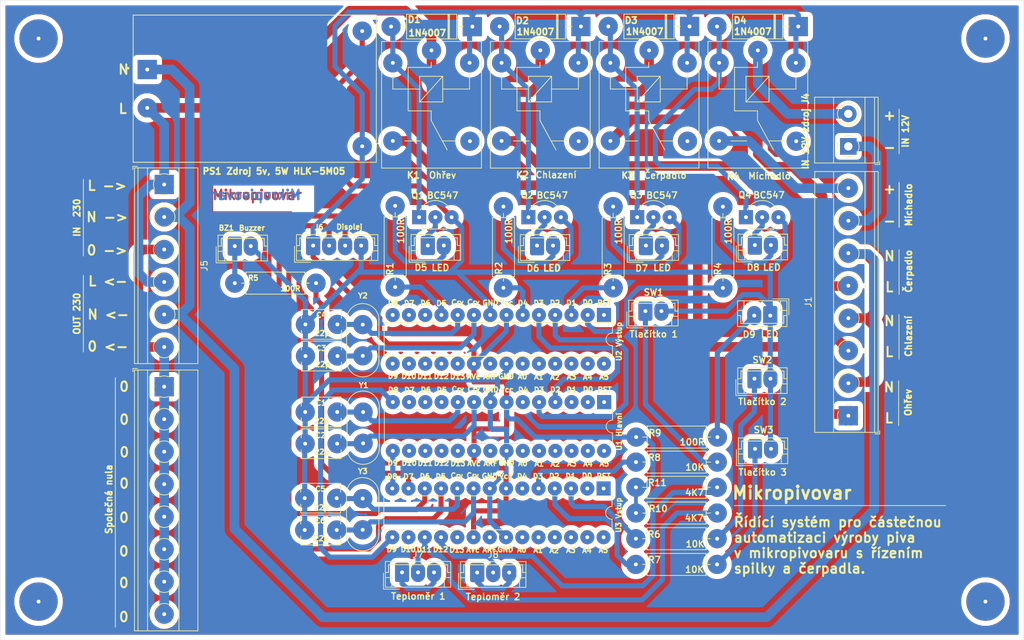
<source format=kicad_pcb>
(kicad_pcb (version 20171130) (host pcbnew 5.1.6-c6e7f7d~87~ubuntu20.04.1)
  (layers (0 F.Cu signal) (31 B.Cu signal) (34 B.Paste user) (35 F.Paste user) (36 B.SilkS user) (37 F.SilkS user) (38 B.Mask user) (39 F.Mask user) (44 Edge.Cuts user))
  (net 0 "")
  (net 1 GND)
  (net 2 "Net-(BZ1-Pad1)")
  (net 3 "Net-(C1-Pad1)")
  (net 4 "Net-(C2-Pad1)")
  (net 5 "Net-(C3-Pad1)")
  (net 6 "Net-(C4-Pad1)")
  (net 7 "Net-(C5-Pad1)")
  (net 8 "Net-(C6-Pad1)")
  (net 9 "Net-(D1-Pad2)")
  (net 10 "Net-(D1-Pad1)")
  (net 11 "Net-(D2-Pad2)")
  (net 12 "Net-(D3-Pad2)")
  (net 13 "Net-(D4-Pad2)")
  (net 14 "Net-(D5-Pad2)")
  (net 15 "Net-(D5-Pad1)")
  (net 16 "Net-(D6-Pad2)")
  (net 17 "Net-(D6-Pad1)")
  (net 18 "Net-(D7-Pad2)")
  (net 19 "Net-(D7-Pad1)")
  (net 20 "Net-(D8-Pad2)")
  (net 21 "Net-(D8-Pad1)")
  (net 22 "Net-(D9-Pad2)")
  (net 23 "Net-(J4-Pad2)")
  (net 24 "Net-(J6-Pad3)")
  (net 25 "Net-(J6-Pad2)")
  (net 26 "Net-(J7-Pad1)")
  (net 27 "Net-(J7-Pad2)")
  (net 28 "Net-(J8-Pad1)")
  (net 29 "Net-(J8-Pad2)")
  (net 30 "Net-(K1-Pad4)")
  (net 31 "Net-(K2-Pad4)")
  (net 32 "Net-(K3-Pad4)")
  (net 33 "Net-(K4-Pad4)")
  (net 34 "Net-(R1-Pad1)")
  (net 35 "Net-(R2-Pad1)")
  (net 36 "Net-(R3-Pad1)")
  (net 37 "Net-(R4-Pad1)")
  (net 38 "Net-(R5-Pad2)")
  (net 39 "Net-(R6-Pad2)")
  (net 40 "Net-(R6-Pad1)")
  (net 41 "Net-(R7-Pad2)")
  (net 42 "Net-(R7-Pad1)")
  (net 43 "Net-(R8-Pad2)")
  (net 44 "Net-(R8-Pad1)")
  (net 45 "Net-(U1-Pad28)")
  (net 46 "Net-(U1-Pad14)")
  (net 47 "Net-(U1-Pad27)")
  (net 48 "Net-(U1-Pad13)")
  (net 49 "Net-(U1-Pad26)")
  (net 50 "Net-(U1-Pad12)")
  (net 51 "Net-(U1-Pad25)")
  (net 52 "Net-(U1-Pad11)")
  (net 53 "Net-(U1-Pad24)")
  (net 54 "Net-(U1-Pad23)")
  (net 55 "Net-(U1-Pad21)")
  (net 56 "Net-(U1-Pad6)")
  (net 57 "Net-(U1-Pad19)")
  (net 58 "Net-(U1-Pad5)")
  (net 59 "Net-(U1-Pad18)")
  (net 60 "Net-(U1-Pad4)")
  (net 61 "Net-(U1-Pad17)")
  (net 62 "Net-(U1-Pad3)")
  (net 63 "Net-(U1-Pad16)")
  (net 64 "Net-(U1-Pad2)")
  (net 65 "Net-(U1-Pad15)")
  (net 66 "Net-(U1-Pad1)")
  (net 67 "Net-(U2-Pad28)")
  (net 68 "Net-(U2-Pad14)")
  (net 69 "Net-(U2-Pad27)")
  (net 70 "Net-(U2-Pad13)")
  (net 71 "Net-(U2-Pad26)")
  (net 72 "Net-(U2-Pad12)")
  (net 73 "Net-(U2-Pad25)")
  (net 74 "Net-(U2-Pad24)")
  (net 75 "Net-(U2-Pad23)")
  (net 76 "Net-(U2-Pad21)")
  (net 77 "Net-(U2-Pad19)")
  (net 78 "Net-(U2-Pad18)")
  (net 79 "Net-(U2-Pad17)")
  (net 80 "Net-(U2-Pad16)")
  (net 81 "Net-(U2-Pad15)")
  (net 82 "Net-(U2-Pad1)")
  (net 83 "Net-(U3-Pad28)")
  (net 84 "Net-(U3-Pad27)")
  (net 85 "Net-(U3-Pad26)")
  (net 86 "Net-(U3-Pad25)")
  (net 87 "Net-(U3-Pad24)")
  (net 88 "Net-(U3-Pad23)")
  (net 89 "Net-(U3-Pad21)")
  (net 90 "Net-(U3-Pad6)")
  (net 91 "Net-(U3-Pad19)")
  (net 92 "Net-(U3-Pad16)")
  (net 93 "Net-(U3-Pad2)")
  (net 94 "Net-(U3-Pad1)")
  (net 95 "Net-(J1-Pad8)")
  (net 96 "Net-(J1-Pad7)")
  (net 97 "Net-(J1-Pad2)")
  (net 98 "Net-(J1-Pad5)")
  (net 99 "Net-(J1-Pad3)")
  (net 100 "Net-(J1-Pad1)")
  (net 101 "Net-(J2-Pad1)")
  (net 102 "Net-(J5-Pad1)")
  (module TerminalBlock_Phoenix:TerminalBlock_Phoenix_MKDS-1,5-2-5.08_1x02_P5.08mm_Horizontal (layer F.Cu) (at 162.56 52.85 90)
    (fp_text reference J4 (at 7.43 -6.69 90) (layer F.SilkS) (effects (font (thickness 0.25))))
    (fp_text value "IN 12V zdroj" (at 1.18 -6.69 90) (layer F.SilkS) (effects (font (thickness 0.25))))
    (pad 2 thru_hole circle (at 5.08 0 90) (size 2.6 2.6) (drill 1.3) (layers *.Cu *.Mask) (net 23 "Net-(J4-Pad2)"))
    (pad 1 thru_hole rect (at 0 0 90) (size 2.6 2.6) (drill 1.3) (layers *.Cu *.Mask) (net 96 "Net-(J1-Pad7)"))
  )
  (module TerminalBlock_Phoenix:TerminalBlock_Phoenix_MKDS-1,5-6-5.08_1x06_P5.08mm_Horizontal (layer F.Cu) (at 55.64 58.81 270)
    (fp_text reference J5 (at 12.7 -6.26 90) (layer F.SilkS))
    (fp_text value Screw_Terminal_01x06 hide)
    (pad 6 thru_hole circle (at 25.4 0 270) (size 3 3) (drill 0.6) (layers *.Cu *.Mask) (net 101 "Net-(J2-Pad1)"))
    (pad 5 thru_hole circle (at 20.32 0 270) (size 3 3) (drill 0.6) (layers *.Cu *.Mask) (net 97 "Net-(J1-Pad2)"))
    (pad 4 thru_hole circle (at 15.24 0 270) (size 3 3) (drill 0.6) (layers *.Cu *.Mask) (net 102 "Net-(J5-Pad1)"))
    (pad 3 thru_hole circle (at 10.16 0 270) (size 3 3) (drill 0.6) (layers *.Cu *.Mask) (net 101 "Net-(J2-Pad1)"))
    (pad 2 thru_hole circle (at 5.08 0 270) (size 3 3) (drill 0.6) (layers *.Cu *.Mask) (net 97 "Net-(J1-Pad2)"))
    (pad 1 thru_hole rect (at 0 0 270) (size 3 3) (drill 0.6) (layers *.Cu *.Mask) (net 102 "Net-(J5-Pad1)"))
  )
  (module TerminalBlock_Phoenix:TerminalBlock_Phoenix_MKDS-1,5-8-5.08_1x08_P5.08mm_Horizontal (layer F.Cu) (at 55.64 90.41 270)
    (fp_text reference J2 hide)
    (fp_text value Screw_Terminal_01x08 hide)
    (pad 8 thru_hole circle (at 35.56 0 270) (size 3 3) (drill 0.6) (layers *.Cu *.Mask) (net 101 "Net-(J2-Pad1)"))
    (pad 7 thru_hole circle (at 30.48 0 270) (size 3 3) (drill 0.6) (layers *.Cu *.Mask) (net 101 "Net-(J2-Pad1)"))
    (pad 6 thru_hole circle (at 25.4 0 270) (size 3 3) (drill 0.6) (layers *.Cu *.Mask) (net 101 "Net-(J2-Pad1)"))
    (pad 5 thru_hole circle (at 20.32 0 270) (size 3 3) (drill 0.6) (layers *.Cu *.Mask) (net 101 "Net-(J2-Pad1)"))
    (pad 4 thru_hole circle (at 15.24 0 270) (size 3 3) (drill 0.6) (layers *.Cu *.Mask) (net 101 "Net-(J2-Pad1)"))
    (pad 3 thru_hole circle (at 10.16 0 270) (size 3 3) (drill 0.6) (layers *.Cu *.Mask) (net 101 "Net-(J2-Pad1)"))
    (pad 2 thru_hole circle (at 5.08 0 270) (size 3 3) (drill 0.6) (layers *.Cu *.Mask) (net 101 "Net-(J2-Pad1)"))
    (pad 1 thru_hole rect (at 0 0 270) (size 3 3) (drill 0.6) (layers *.Cu *.Mask) (net 101 "Net-(J2-Pad1)"))
  )
  (module TerminalBlock_Phoenix:TerminalBlock_Phoenix_MKDS-1,5-8-5.08_1x08_P5.08mm_Horizontal (layer F.Cu) (at 162.57 94.95 90)
    (fp_text reference J1 (at 17.78 -6.26 90) (layer F.SilkS))
    (fp_text value Screw_Terminal_01x08 hide)
    (pad 8 thru_hole circle (at 35.56 0 90) (size 3 3) (drill 0.6) (layers *.Cu *.Mask) (net 95 "Net-(J1-Pad8)"))
    (pad 7 thru_hole circle (at 30.48 0 90) (size 3 3) (drill 0.6) (layers *.Cu *.Mask) (net 96 "Net-(J1-Pad7)"))
    (pad 6 thru_hole circle (at 25.4 0 90) (size 3 3) (drill 0.6) (layers *.Cu *.Mask) (net 97 "Net-(J1-Pad2)"))
    (pad 5 thru_hole circle (at 20.32 0 90) (size 3 3) (drill 0.6) (layers *.Cu *.Mask) (net 98 "Net-(J1-Pad5)"))
    (pad 4 thru_hole circle (at 15.24 0 90) (size 3 3) (drill 0.6) (layers *.Cu *.Mask) (net 97 "Net-(J1-Pad2)"))
    (pad 3 thru_hole circle (at 10.16 0 90) (size 3 3) (drill 0.6) (layers *.Cu *.Mask) (net 99 "Net-(J1-Pad3)"))
    (pad 2 thru_hole circle (at 5.08 0 90) (size 3 3) (drill 0.6) (layers *.Cu *.Mask) (net 97 "Net-(J1-Pad2)"))
    (pad 1 thru_hole rect (at 0 0 90) (size 3 3) (drill 0.6) (layers *.Cu *.Mask) (net 100 "Net-(J1-Pad1)"))
  )
  (module HLK-5M05:CONV_HLK-5M05 (layer F.Cu) (at 69.79 43.84)
    (fp_text reference PS1 (at -6.67 12.89) (layer F.SilkS) (effects (font (thickness 0.25))))
    (fp_text value HLK-5M05 hide)
    (pad 4 thru_hole circle (at 16.8 9) (size 3 3) (drill 0.6) (layers *.Cu *.Mask) (net 10 "Net-(D1-Pad1)"))
    (pad 3 thru_hole circle (at 16.8 -9) (size 3 3) (drill 0.6) (layers *.Cu *.Mask) (net 1 GND))
    (pad 2 thru_hole circle (at -16.8 3) (size 3 3) (drill 0.6) (layers *.Cu *.Mask) (net 102 "Net-(J5-Pad1)"))
    (pad 1 thru_hole rect (at -16.8 -3) (size 3 3) (drill 0.6) (layers *.Cu *.Mask) (net 97 "Net-(J1-Pad2)"))
  )
  (module Connector_JST:JST_EH_B2B-EH-A_1x02_P2.50mm_Vertical (layer F.Cu) (at 150.36 79.3 180)
    (fp_text reference D9 (at 3.3 -2.95) (layer F.SilkS) (effects (font (thickness 0.2))))
    (fp_text value LED (at 0.1 -2.9) (layer F.SilkS) (effects (font (thickness 0.2))))
    (pad 2 thru_hole oval (at 2.5 0 180) (size 2.2 3) (drill 0.6) (layers *.Cu *.Mask) (net 22 "Net-(D9-Pad2)"))
    (pad 1 thru_hole roundrect (at 0 0 180) (size 2.2 3) (drill 0.6) (layers *.Cu *.Mask) (roundrect_rratio 0.147) (net 1 GND))
  )
  (module Connector_JST:JST_EH_B2B-EH-A_1x02_P2.50mm_Vertical (layer F.Cu) (at 147.96 68.28)
    (fp_text reference D8 (at -0.27 3.49) (layer F.SilkS) (effects (font (thickness 0.2))))
    (fp_text value LED (at 2.65 3.49) (layer F.SilkS) (effects (font (thickness 0.2))))
    (pad 2 thru_hole oval (at 2.5 0) (size 2.2 3) (drill 0.6) (layers *.Cu *.Mask) (net 20 "Net-(D8-Pad2)"))
    (pad 1 thru_hole roundrect (at 0 0) (size 2.2 3) (drill 0.6) (layers *.Cu *.Mask) (roundrect_rratio 0.147) (net 21 "Net-(D8-Pad1)"))
  )
  (module Connector_JST:JST_EH_B2B-EH-A_1x02_P2.50mm_Vertical (layer F.Cu) (at 130.93 68.35)
    (fp_text reference D7 (at -0.67 3.56) (layer F.SilkS) (effects (font (thickness 0.2))))
    (fp_text value LED (at 2.53 3.48) (layer F.SilkS) (effects (font (thickness 0.2))))
    (pad 2 thru_hole oval (at 2.5 0) (size 2.2 3) (drill 0.6) (layers *.Cu *.Mask) (net 18 "Net-(D7-Pad2)"))
    (pad 1 thru_hole roundrect (at 0 0) (size 2.2 3) (drill 0.6) (layers *.Cu *.Mask) (roundrect_rratio 0.147) (net 19 "Net-(D7-Pad1)"))
  )
  (module Connector_JST:JST_EH_B2B-EH-A_1x02_P2.50mm_Vertical (layer F.Cu) (at 113.91 68.36)
    (fp_text reference D6 (at -0.63 3.55) (layer F.SilkS) (effects (font (thickness 0.2))))
    (fp_text value LED (at 2.34 3.51) (layer F.SilkS) (effects (font (thickness 0.25))))
    (pad 2 thru_hole oval (at 2.5 0) (size 2.2 3) (drill 0.6) (layers *.Cu *.Mask) (net 16 "Net-(D6-Pad2)"))
    (pad 1 thru_hole roundrect (at 0 0) (size 2.2 3) (drill 0.6) (layers *.Cu *.Mask) (roundrect_rratio 0.147) (net 17 "Net-(D6-Pad1)"))
  )
  (module Connector_JST:JST_EH_B2B-EH-A_1x02_P2.50mm_Vertical (layer F.Cu) (at 96.84 68.34)
    (fp_text reference D5 (at -1.08 3.45) (layer F.SilkS) (effects (font (thickness 0.2))))
    (fp_text value LED (at 1.97 3.49) (layer F.SilkS) (effects (font (thickness 0.2))))
    (pad 2 thru_hole oval (at 2.5 0) (size 2.2 3) (drill 0.6) (layers *.Cu *.Mask) (net 14 "Net-(D5-Pad2)"))
    (pad 1 thru_hole roundrect (at 0 0) (size 2.2 3) (drill 0.6) (layers *.Cu *.Mask) (roundrect_rratio 0.147) (net 15 "Net-(D5-Pad1)"))
  )
  (module Relay_THT:Relay_SPDT_SANYOU_SRD_Series_Form_C (layer F.Cu) (at 148.42 37.85 270)
    (fp_text reference K4 (at 19.72 3.83 180) (layer F.SilkS) (effects (font (thickness 0.25))))
    (fp_text value SANYOU_SRD_Form_C hide)
    (pad 1 thru_hole circle (at 0 0) (size 3 3) (drill 0.6) (layers *.Cu *.Mask) (net 23 "Net-(J4-Pad2)"))
    (pad 5 thru_hole circle (at 1.95 -5.95) (size 3 3) (drill 0.6) (layers *.Cu *.Mask) (net 10 "Net-(D1-Pad1)"))
    (pad 4 thru_hole circle (at 14.2 -6) (size 3 3) (drill 0.6) (layers *.Cu *.Mask) (net 33 "Net-(K4-Pad4)"))
    (pad 3 thru_hole circle (at 14.15 6.05) (size 3 3) (drill 0.6) (layers *.Cu *.Mask) (net 95 "Net-(J1-Pad8)"))
    (pad 2 thru_hole circle (at 1.95 6.05) (size 3 3) (drill 0.6) (layers *.Cu *.Mask) (net 13 "Net-(D4-Pad2)"))
  )
  (module Relay_THT:Relay_SPDT_SANYOU_SRD_Series_Form_C (layer F.Cu) (at 131.42 37.85 270)
    (fp_text reference K3 (at 19.53 3.32 180) (layer F.SilkS) (effects (font (thickness 0.25))))
    (fp_text value SANYOU_SRD_Form_C hide)
    (pad 1 thru_hole circle (at 0 0) (size 3 3) (drill 0.6) (layers *.Cu *.Mask) (net 102 "Net-(J5-Pad1)"))
    (pad 5 thru_hole circle (at 1.95 -5.95) (size 3 3) (drill 0.6) (layers *.Cu *.Mask) (net 10 "Net-(D1-Pad1)"))
    (pad 4 thru_hole circle (at 14.2 -6) (size 3 3) (drill 0.6) (layers *.Cu *.Mask) (net 32 "Net-(K3-Pad4)"))
    (pad 3 thru_hole circle (at 14.15 6.05) (size 3 3) (drill 0.6) (layers *.Cu *.Mask) (net 98 "Net-(J1-Pad5)"))
    (pad 2 thru_hole circle (at 1.95 6.05) (size 3 3) (drill 0.6) (layers *.Cu *.Mask) (net 12 "Net-(D3-Pad2)"))
  )
  (module Relay_THT:Relay_SPDT_SANYOU_SRD_Series_Form_C (layer F.Cu) (at 114.42 37.85 270)
    (fp_text reference K2 (at 19.46 2.79 180) (layer F.SilkS) (effects (font (thickness 0.25))))
    (fp_text value SANYOU_SRD_Form_C hide)
    (pad 1 thru_hole circle (at 0 0) (size 3 3) (drill 0.6) (layers *.Cu *.Mask) (net 102 "Net-(J5-Pad1)"))
    (pad 5 thru_hole circle (at 1.95 -5.95) (size 3 3) (drill 0.6) (layers *.Cu *.Mask) (net 10 "Net-(D1-Pad1)"))
    (pad 4 thru_hole circle (at 14.2 -6) (size 3 3) (drill 0.6) (layers *.Cu *.Mask) (net 31 "Net-(K2-Pad4)"))
    (pad 3 thru_hole circle (at 14.15 6.05) (size 3 3) (drill 0.6) (layers *.Cu *.Mask) (net 99 "Net-(J1-Pad3)"))
    (pad 2 thru_hole circle (at 1.95 6.05) (size 3 3) (drill 0.6) (layers *.Cu *.Mask) (net 11 "Net-(D2-Pad2)"))
  )
  (module Relay_THT:Relay_SPDT_SANYOU_SRD_Series_Form_C (layer F.Cu) (at 97.42 37.85 270)
    (fp_text reference K1 (at 19.51 2.84 180) (layer F.SilkS) (effects (font (thickness 0.25))))
    (fp_text value SANYOU_SRD_Form_C hide)
    (pad 1 thru_hole circle (at 0 0) (size 3 3) (drill 0.6) (layers *.Cu *.Mask) (net 102 "Net-(J5-Pad1)"))
    (pad 5 thru_hole circle (at 1.95 -5.95) (size 3 3) (drill 0.6) (layers *.Cu *.Mask) (net 10 "Net-(D1-Pad1)"))
    (pad 4 thru_hole circle (at 14.2 -6) (size 3 3) (drill 0.6) (layers *.Cu *.Mask) (net 30 "Net-(K1-Pad4)"))
    (pad 3 thru_hole circle (at 14.15 6.05) (size 3 3) (drill 0.6) (layers *.Cu *.Mask) (net 100 "Net-(J1-Pad1)"))
    (pad 2 thru_hole circle (at 1.95 6.05) (size 3 3) (drill 0.6) (layers *.Cu *.Mask) (net 9 "Net-(D1-Pad2)"))
  )
  (module Diode_THT:D_DO-15_P12.70mm_Horizontal (layer F.Cu) (at 154.74 34.12 180)
    (fp_text reference D4 hide)
    (fp_text value 1N4007 (at 7.11 -0.79) (layer F.SilkS) (effects (font (thickness 0.25))))
    (fp_text user %R (at 9.09 0.96) (layer F.SilkS) (effects (font (thickness 0.25))))
    (pad 2 thru_hole oval (at 12.7 0 180) (size 3 3) (drill 0.6) (layers *.Cu *.Mask) (net 13 "Net-(D4-Pad2)"))
    (pad 1 thru_hole rect (at 0 0 180) (size 3 3) (drill 0.6) (layers *.Cu *.Mask) (net 10 "Net-(D1-Pad1)"))
  )
  (module Diode_THT:D_DO-15_P12.70mm_Horizontal (layer F.Cu) (at 137.75 34.11 180)
    (fp_text reference D3 hide)
    (fp_text value 1N4007 (at 7.02 -0.8) (layer F.SilkS) (effects (font (thickness 0.25))))
    (fp_text user %R (at 9.13 0.95) (layer F.SilkS) (effects (font (thickness 0.25))))
    (pad 2 thru_hole oval (at 12.7 0 180) (size 3 3) (drill 0.6) (layers *.Cu *.Mask) (net 12 "Net-(D3-Pad2)"))
    (pad 1 thru_hole rect (at 0 0 180) (size 3 3) (drill 0.6) (layers *.Cu *.Mask) (net 10 "Net-(D1-Pad1)"))
  )
  (module Diode_THT:D_DO-15_P12.70mm_Horizontal (layer F.Cu) (at 120.77 34.12 180)
    (fp_text reference D2 hide)
    (fp_text value 1N4007 (at 7.11 -0.83) (layer F.SilkS) (effects (font (thickness 0.25))))
    (fp_text user %R (at 9.15 0.91) (layer F.SilkS) (effects (font (thickness 0.25))))
    (pad 2 thru_hole oval (at 12.7 0 180) (size 3 3) (drill 0.6) (layers *.Cu *.Mask) (net 11 "Net-(D2-Pad2)"))
    (pad 1 thru_hole rect (at 0 0 180) (size 3 3) (drill 0.6) (layers *.Cu *.Mask) (net 10 "Net-(D1-Pad1)"))
  )
  (module Diode_THT:D_DO-15_P12.70mm_Horizontal (layer F.Cu) (at 103.8 34.13 180)
    (fp_text reference D1 hide)
    (fp_text value 1N4007 (at 7.04 -1) (layer F.SilkS) (effects (font (thickness 0.25))))
    (fp_text user %R (at 9.09 1.1) (layer F.SilkS) (effects (font (thickness 0.25))))
    (pad 2 thru_hole oval (at 12.7 0 180) (size 3 3) (drill 0.6) (layers *.Cu *.Mask) (net 9 "Net-(D1-Pad2)"))
    (pad 1 thru_hole rect (at 0 0 180) (size 3 3) (drill 0.6) (layers *.Cu *.Mask) (net 10 "Net-(D1-Pad1)"))
  )
  (module Crystal:Crystal_HC49-4H_Vertical (layer F.Cu) (at 86.66 107.9 270)
    (fp_text reference Y3 (at -4.27 -0.02 180) (layer F.SilkS) (effects (font (size 0.8 0.8) (thickness 0.2))))
    (fp_text value Crystal hide)
    (pad 2 thru_hole circle (at 4.88 0 270) (size 3 3) (drill 0.6) (layers *.Cu *.Mask) (net 8 "Net-(C6-Pad1)"))
    (pad 1 thru_hole circle (at 0 0 270) (size 3 3) (drill 0.6) (layers *.Cu *.Mask) (net 7 "Net-(C5-Pad1)"))
  )
  (module Crystal:Crystal_HC49-4H_Vertical (layer F.Cu) (at 86.67 85.59 90)
    (fp_text reference Y2 (at 9.4 0.02 180) (layer F.SilkS) (effects (font (size 0.8 0.8) (thickness 0.2))))
    (fp_text value Crystal hide)
    (pad 2 thru_hole circle (at 4.88 0 90) (size 3 3) (drill 0.6) (layers *.Cu *.Mask) (net 6 "Net-(C4-Pad1)"))
    (pad 1 thru_hole circle (at 0 0 90) (size 3 3) (drill 0.6) (layers *.Cu *.Mask) (net 5 "Net-(C3-Pad1)"))
  )
  (module Crystal:Crystal_HC49-4H_Vertical (layer F.Cu) (at 86.73 94.38 270)
    (fp_text reference Y1 (at -4.18 -0.08 180) (layer F.SilkS) (effects (font (size 0.8 0.8) (thickness 0.2))))
    (fp_text value Crystal hide)
    (pad 2 thru_hole circle (at 4.88 0 270) (size 3 3) (drill 0.6) (layers *.Cu *.Mask) (net 4 "Net-(C2-Pad1)"))
    (pad 1 thru_hole circle (at 0 0 270) (size 3 3) (drill 0.6) (layers *.Cu *.Mask) (net 3 "Net-(C1-Pad1)"))
  )
  (module Package_DIP:DIP-28_W7.62mm (layer F.Cu) (at 124.31 106.32 270)
    (fp_text reference "U3 Vstup" (at 4.17 -2.35 90) (layer F.SilkS) (effects (font (size 0.8 0.8) (thickness 0.2))))
    (fp_text value "ATmega328-PU SLAVE 2" hide)
    (pad 28 thru_hole oval (at 7.62 0 270) (size 2.2 2.2) (drill 0.6) (layers *.Cu *.Mask) (net 83 "Net-(U3-Pad28)"))
    (pad 14 thru_hole oval (at 0 33.02 270) (size 2.2 2.2) (drill 0.6) (layers *.Cu *.Mask) (net 65 "Net-(U1-Pad15)"))
    (pad 27 thru_hole oval (at 7.62 2.54 270) (size 2.2 2.2) (drill 0.6) (layers *.Cu *.Mask) (net 84 "Net-(U3-Pad27)"))
    (pad 13 thru_hole oval (at 0 30.48 270) (size 2.2 2.2) (drill 0.6) (layers *.Cu *.Mask) (net 38 "Net-(R5-Pad2)"))
    (pad 26 thru_hole oval (at 7.62 5.08 270) (size 2.2 2.2) (drill 0.6) (layers *.Cu *.Mask) (net 85 "Net-(U3-Pad26)"))
    (pad 12 thru_hole oval (at 0 27.94 270) (size 2.2 2.2) (drill 0.6) (layers *.Cu *.Mask) (net 25 "Net-(J6-Pad2)"))
    (pad 25 thru_hole oval (at 7.62 7.62 270) (size 2.2 2.2) (drill 0.6) (layers *.Cu *.Mask) (net 86 "Net-(U3-Pad25)"))
    (pad 11 thru_hole oval (at 0 25.4 270) (size 2.2 2.2) (drill 0.6) (layers *.Cu *.Mask) (net 24 "Net-(J6-Pad3)"))
    (pad 24 thru_hole oval (at 7.62 10.16 270) (size 2.2 2.2) (drill 0.6) (layers *.Cu *.Mask) (net 87 "Net-(U3-Pad24)"))
    (pad 10 thru_hole oval (at 0 22.86 270) (size 2.2 2.2) (drill 0.6) (layers *.Cu *.Mask) (net 7 "Net-(C5-Pad1)"))
    (pad 23 thru_hole oval (at 7.62 12.7 270) (size 2.2 2.2) (drill 0.6) (layers *.Cu *.Mask) (net 88 "Net-(U3-Pad23)"))
    (pad 9 thru_hole oval (at 0 20.32 270) (size 2.2 2.2) (drill 0.6) (layers *.Cu *.Mask) (net 8 "Net-(C6-Pad1)"))
    (pad 22 thru_hole oval (at 7.62 15.24 270) (size 2.2 2.2) (drill 0.6) (layers *.Cu *.Mask) (net 1 GND))
    (pad 8 thru_hole oval (at 0 17.78 270) (size 2.2 2.2) (drill 0.6) (layers *.Cu *.Mask) (net 1 GND))
    (pad 21 thru_hole oval (at 7.62 17.78 270) (size 2.2 2.2) (drill 0.6) (layers *.Cu *.Mask) (net 89 "Net-(U3-Pad21)"))
    (pad 7 thru_hole oval (at 0 15.24 270) (size 2.2 2.2) (drill 0.6) (layers *.Cu *.Mask) (net 10 "Net-(D1-Pad1)"))
    (pad 20 thru_hole oval (at 7.62 20.32 270) (size 2.2 2.2) (drill 0.6) (layers *.Cu *.Mask) (net 10 "Net-(D1-Pad1)"))
    (pad 6 thru_hole oval (at 0 12.7 270) (size 2.2 2.2) (drill 0.6) (layers *.Cu *.Mask) (net 90 "Net-(U3-Pad6)"))
    (pad 19 thru_hole oval (at 7.62 22.86 270) (size 2.2 2.2) (drill 0.6) (layers *.Cu *.Mask) (net 91 "Net-(U3-Pad19)"))
    (pad 5 thru_hole oval (at 0 10.16 270) (size 2.2 2.2) (drill 0.6) (layers *.Cu *.Mask) (net 43 "Net-(R8-Pad2)"))
    (pad 18 thru_hole oval (at 7.62 25.4 270) (size 2.2 2.2) (drill 0.6) (layers *.Cu *.Mask) (net 29 "Net-(J8-Pad2)"))
    (pad 4 thru_hole oval (at 0 7.62 270) (size 2.2 2.2) (drill 0.6) (layers *.Cu *.Mask) (net 41 "Net-(R7-Pad2)"))
    (pad 17 thru_hole oval (at 7.62 27.94 270) (size 2.2 2.2) (drill 0.6) (layers *.Cu *.Mask) (net 27 "Net-(J7-Pad2)"))
    (pad 3 thru_hole oval (at 0 5.08 270) (size 2.2 2.2) (drill 0.6) (layers *.Cu *.Mask) (net 39 "Net-(R6-Pad2)"))
    (pad 16 thru_hole oval (at 7.62 30.48 270) (size 2.2 2.2) (drill 0.6) (layers *.Cu *.Mask) (net 92 "Net-(U3-Pad16)"))
    (pad 2 thru_hole oval (at 0 2.54 270) (size 2.2 2.2) (drill 0.6) (layers *.Cu *.Mask) (net 93 "Net-(U3-Pad2)"))
    (pad 15 thru_hole oval (at 7.62 33.02 270) (size 2.2 2.2) (drill 0.6) (layers *.Cu *.Mask) (net 46 "Net-(U1-Pad14)"))
    (pad 1 thru_hole rect (at 0 0 270) (size 2.2 2.2) (drill 0.6) (layers *.Cu *.Mask) (net 94 "Net-(U3-Pad1)"))
  )
  (module Package_DIP:DIP-28_W7.62mm (layer F.Cu) (at 124.37 79.2 270)
    (fp_text reference "U2 Výstup" (at 4.15 -2.35 90) (layer F.SilkS) (effects (font (size 0.8 0.8) (thickness 0.2))))
    (fp_text value "ATmega328-PU SLAVE-1" hide)
    (pad 28 thru_hole oval (at 7.62 0 270) (size 2.2 2.2) (drill 0.6) (layers *.Cu *.Mask) (net 67 "Net-(U2-Pad28)"))
    (pad 14 thru_hole oval (at 0 33.02 270) (size 2.2 2.2) (drill 0.6) (layers *.Cu *.Mask) (net 68 "Net-(U2-Pad14)"))
    (pad 27 thru_hole oval (at 7.62 2.54 270) (size 2.2 2.2) (drill 0.6) (layers *.Cu *.Mask) (net 69 "Net-(U2-Pad27)"))
    (pad 13 thru_hole oval (at 0 30.48 270) (size 2.2 2.2) (drill 0.6) (layers *.Cu *.Mask) (net 70 "Net-(U2-Pad13)"))
    (pad 26 thru_hole oval (at 7.62 5.08 270) (size 2.2 2.2) (drill 0.6) (layers *.Cu *.Mask) (net 71 "Net-(U2-Pad26)"))
    (pad 12 thru_hole oval (at 0 27.94 270) (size 2.2 2.2) (drill 0.6) (layers *.Cu *.Mask) (net 72 "Net-(U2-Pad12)"))
    (pad 25 thru_hole oval (at 7.62 7.62 270) (size 2.2 2.2) (drill 0.6) (layers *.Cu *.Mask) (net 73 "Net-(U2-Pad25)"))
    (pad 11 thru_hole oval (at 0 25.4 270) (size 2.2 2.2) (drill 0.6) (layers *.Cu *.Mask) (net 34 "Net-(R1-Pad1)"))
    (pad 24 thru_hole oval (at 7.62 10.16 270) (size 2.2 2.2) (drill 0.6) (layers *.Cu *.Mask) (net 74 "Net-(U2-Pad24)"))
    (pad 10 thru_hole oval (at 0 22.86 270) (size 2.2 2.2) (drill 0.6) (layers *.Cu *.Mask) (net 6 "Net-(C4-Pad1)"))
    (pad 23 thru_hole oval (at 7.62 12.7 270) (size 2.2 2.2) (drill 0.6) (layers *.Cu *.Mask) (net 75 "Net-(U2-Pad23)"))
    (pad 9 thru_hole oval (at 0 20.32 270) (size 2.2 2.2) (drill 0.6) (layers *.Cu *.Mask) (net 5 "Net-(C3-Pad1)"))
    (pad 22 thru_hole oval (at 7.62 15.24 270) (size 2.2 2.2) (drill 0.6) (layers *.Cu *.Mask) (net 1 GND))
    (pad 8 thru_hole oval (at 0 17.78 270) (size 2.2 2.2) (drill 0.6) (layers *.Cu *.Mask) (net 1 GND))
    (pad 21 thru_hole oval (at 7.62 17.78 270) (size 2.2 2.2) (drill 0.6) (layers *.Cu *.Mask) (net 76 "Net-(U2-Pad21)"))
    (pad 7 thru_hole oval (at 0 15.24 270) (size 2.2 2.2) (drill 0.6) (layers *.Cu *.Mask) (net 10 "Net-(D1-Pad1)"))
    (pad 20 thru_hole oval (at 7.62 20.32 270) (size 2.2 2.2) (drill 0.6) (layers *.Cu *.Mask) (net 10 "Net-(D1-Pad1)"))
    (pad 6 thru_hole oval (at 0 12.7 270) (size 2.2 2.2) (drill 0.6) (layers *.Cu *.Mask) (net 35 "Net-(R2-Pad1)"))
    (pad 19 thru_hole oval (at 7.62 22.86 270) (size 2.2 2.2) (drill 0.6) (layers *.Cu *.Mask) (net 77 "Net-(U2-Pad19)"))
    (pad 5 thru_hole oval (at 0 10.16 270) (size 2.2 2.2) (drill 0.6) (layers *.Cu *.Mask) (net 60 "Net-(U1-Pad4)"))
    (pad 18 thru_hole oval (at 7.62 25.4 270) (size 2.2 2.2) (drill 0.6) (layers *.Cu *.Mask) (net 78 "Net-(U2-Pad18)"))
    (pad 4 thru_hole oval (at 0 7.62 270) (size 2.2 2.2) (drill 0.6) (layers *.Cu *.Mask) (net 58 "Net-(U1-Pad5)"))
    (pad 17 thru_hole oval (at 7.62 27.94 270) (size 2.2 2.2) (drill 0.6) (layers *.Cu *.Mask) (net 79 "Net-(U2-Pad17)"))
    (pad 3 thru_hole oval (at 0 5.08 270) (size 2.2 2.2) (drill 0.6) (layers *.Cu *.Mask) (net 36 "Net-(R3-Pad1)"))
    (pad 16 thru_hole oval (at 7.62 30.48 270) (size 2.2 2.2) (drill 0.6) (layers *.Cu *.Mask) (net 80 "Net-(U2-Pad16)"))
    (pad 2 thru_hole oval (at 0 2.54 270) (size 2.2 2.2) (drill 0.6) (layers *.Cu *.Mask) (net 37 "Net-(R4-Pad1)"))
    (pad 15 thru_hole oval (at 7.62 33.02 270) (size 2.2 2.2) (drill 0.6) (layers *.Cu *.Mask) (net 81 "Net-(U2-Pad15)"))
    (pad 1 thru_hole rect (at 0 0 270) (size 2.2 2.2) (drill 0.6) (layers *.Cu *.Mask) (net 82 "Net-(U2-Pad1)"))
  )
  (module Package_DIP:DIP-28_W7.62mm (layer F.Cu) (at 124.39 92.82 270)
    (fp_text reference "U1 Hlavní" (at 4.62 -2.35 90) (layer F.SilkS) (effects (font (size 0.8 0.8) (thickness 0.2))))
    (fp_text value "ATmega328-PU MAIN" hide)
    (pad 28 thru_hole oval (at 7.62 0 270) (size 2.2 2.2) (drill 0.6) (layers *.Cu *.Mask) (net 45 "Net-(U1-Pad28)"))
    (pad 14 thru_hole oval (at 0 33.02 270) (size 2.2 2.2) (drill 0.6) (layers *.Cu *.Mask) (net 46 "Net-(U1-Pad14)"))
    (pad 27 thru_hole oval (at 7.62 2.54 270) (size 2.2 2.2) (drill 0.6) (layers *.Cu *.Mask) (net 47 "Net-(U1-Pad27)"))
    (pad 13 thru_hole oval (at 0 30.48 270) (size 2.2 2.2) (drill 0.6) (layers *.Cu *.Mask) (net 48 "Net-(U1-Pad13)"))
    (pad 26 thru_hole oval (at 7.62 5.08 270) (size 2.2 2.2) (drill 0.6) (layers *.Cu *.Mask) (net 49 "Net-(U1-Pad26)"))
    (pad 12 thru_hole oval (at 0 27.94 270) (size 2.2 2.2) (drill 0.6) (layers *.Cu *.Mask) (net 50 "Net-(U1-Pad12)"))
    (pad 25 thru_hole oval (at 7.62 7.62 270) (size 2.2 2.2) (drill 0.6) (layers *.Cu *.Mask) (net 51 "Net-(U1-Pad25)"))
    (pad 11 thru_hole oval (at 0 25.4 270) (size 2.2 2.2) (drill 0.6) (layers *.Cu *.Mask) (net 52 "Net-(U1-Pad11)"))
    (pad 24 thru_hole oval (at 7.62 10.16 270) (size 2.2 2.2) (drill 0.6) (layers *.Cu *.Mask) (net 53 "Net-(U1-Pad24)"))
    (pad 10 thru_hole oval (at 0 22.86 270) (size 2.2 2.2) (drill 0.6) (layers *.Cu *.Mask) (net 3 "Net-(C1-Pad1)"))
    (pad 23 thru_hole oval (at 7.62 12.7 270) (size 2.2 2.2) (drill 0.6) (layers *.Cu *.Mask) (net 54 "Net-(U1-Pad23)"))
    (pad 9 thru_hole oval (at 0 20.32 270) (size 2.2 2.2) (drill 0.6) (layers *.Cu *.Mask) (net 4 "Net-(C2-Pad1)"))
    (pad 22 thru_hole oval (at 7.62 15.24 270) (size 2.2 2.2) (drill 0.6) (layers *.Cu *.Mask) (net 1 GND))
    (pad 8 thru_hole oval (at 0 17.78 270) (size 2.2 2.2) (drill 0.6) (layers *.Cu *.Mask) (net 1 GND))
    (pad 21 thru_hole oval (at 7.62 17.78 270) (size 2.2 2.2) (drill 0.6) (layers *.Cu *.Mask) (net 55 "Net-(U1-Pad21)"))
    (pad 7 thru_hole oval (at 0 15.24 270) (size 2.2 2.2) (drill 0.6) (layers *.Cu *.Mask) (net 10 "Net-(D1-Pad1)"))
    (pad 20 thru_hole oval (at 7.62 20.32 270) (size 2.2 2.2) (drill 0.6) (layers *.Cu *.Mask) (net 10 "Net-(D1-Pad1)"))
    (pad 6 thru_hole oval (at 0 12.7 270) (size 2.2 2.2) (drill 0.6) (layers *.Cu *.Mask) (net 56 "Net-(U1-Pad6)"))
    (pad 19 thru_hole oval (at 7.62 22.86 270) (size 2.2 2.2) (drill 0.6) (layers *.Cu *.Mask) (net 57 "Net-(U1-Pad19)"))
    (pad 5 thru_hole oval (at 0 10.16 270) (size 2.2 2.2) (drill 0.6) (layers *.Cu *.Mask) (net 58 "Net-(U1-Pad5)"))
    (pad 18 thru_hole oval (at 7.62 25.4 270) (size 2.2 2.2) (drill 0.6) (layers *.Cu *.Mask) (net 59 "Net-(U1-Pad18)"))
    (pad 4 thru_hole oval (at 0 7.62 270) (size 2.2 2.2) (drill 0.6) (layers *.Cu *.Mask) (net 60 "Net-(U1-Pad4)"))
    (pad 17 thru_hole oval (at 7.62 27.94 270) (size 2.2 2.2) (drill 0.6) (layers *.Cu *.Mask) (net 61 "Net-(U1-Pad17)"))
    (pad 3 thru_hole oval (at 0 5.08 270) (size 2.2 2.2) (drill 0.6) (layers *.Cu *.Mask) (net 62 "Net-(U1-Pad3)"))
    (pad 16 thru_hole oval (at 7.62 30.48 270) (size 2.2 2.2) (drill 0.6) (layers *.Cu *.Mask) (net 63 "Net-(U1-Pad16)"))
    (pad 2 thru_hole oval (at 0 2.54 270) (size 2.2 2.2) (drill 0.6) (layers *.Cu *.Mask) (net 64 "Net-(U1-Pad2)"))
    (pad 15 thru_hole oval (at 7.62 33.02 270) (size 2.2 2.2) (drill 0.6) (layers *.Cu *.Mask) (net 65 "Net-(U1-Pad15)"))
    (pad 1 thru_hole rect (at 0 0 270) (size 2.2 2.2) (drill 0.6) (layers *.Cu *.Mask) (net 66 "Net-(U1-Pad1)"))
  )
  (module Connector_JST:JST_EH_B2B-EH-A_1x02_P2.50mm_Vertical (layer F.Cu) (at 147.98 100.13)
    (fp_text reference SW3 (at 1.33 -2.97) (layer F.SilkS) (effects (font (thickness 0.2))))
    (fp_text value "Tlačítko 3" (at 1.19 3.66) (layer F.SilkS) (effects (font (thickness 0.2))))
    (pad 2 thru_hole oval (at 2.5 0) (size 2.2 3) (drill 0.6) (layers *.Cu *.Mask) (net 1 GND))
    (pad 1 thru_hole roundrect (at 0 0) (size 2.2 3) (drill 0.6) (layers *.Cu *.Mask) (roundrect_rratio 0.147) (net 42 "Net-(R7-Pad1)"))
  )
  (module Connector_JST:JST_EH_B2B-EH-A_1x02_P2.50mm_Vertical (layer F.Cu) (at 147.89 89.16)
    (fp_text reference SW2 (at 1.23 -2.94) (layer F.SilkS) (effects (font (thickness 0.2))))
    (fp_text value "Tlačítko 2" (at 1.23 3.59) (layer F.SilkS) (effects (font (thickness 0.2))))
    (pad 2 thru_hole oval (at 2.5 0) (size 2.2 3) (drill 0.6) (layers *.Cu *.Mask) (net 1 GND))
    (pad 1 thru_hole roundrect (at 0 0) (size 2.2 3) (drill 0.6) (layers *.Cu *.Mask) (roundrect_rratio 0.147) (net 40 "Net-(R6-Pad1)"))
  )
  (module Connector_JST:JST_EH_B2B-EH-A_1x02_P2.50mm_Vertical (layer F.Cu) (at 130.85 78.6)
    (fp_text reference SW1 (at 1.27 -2.94) (layer F.SilkS) (effects (font (thickness 0.2))))
    (fp_text value "Tlačítko 1" (at 1.29 3.6) (layer F.SilkS) (effects (font (thickness 0.2))))
    (pad 2 thru_hole oval (at 2.5 0) (size 2.2 3) (drill 0.6) (layers *.Cu *.Mask) (net 1 GND))
    (pad 1 thru_hole roundrect (at 0 0) (size 2.2 3) (drill 0.6) (layers *.Cu *.Mask) (roundrect_rratio 0.147) (net 44 "Net-(R8-Pad1)"))
  )
  (module Resistor_THT:R_Axial_DIN0309_L9.0mm_D3.2mm_P12.70mm_Horizontal (layer F.Cu) (at 142.07 106.14 180)
    (fp_text reference R11 (at 9.36 0.72) (layer F.SilkS) (effects (font (thickness 0.2))))
    (fp_text value 4K7 (at 3.55 -0.83) (layer F.SilkS) (effects (font (thickness 0.2))))
    (pad 2 thru_hole oval (at 12.7 0 180) (size 3 3) (drill 0.6) (layers *.Cu *.Mask) (net 10 "Net-(D1-Pad1)"))
    (pad 1 thru_hole circle (at 0 0 180) (size 3 3) (drill 0.6) (layers *.Cu *.Mask) (net 29 "Net-(J8-Pad2)"))
  )
  (module Resistor_THT:R_Axial_DIN0309_L9.0mm_D3.2mm_P12.70mm_Horizontal (layer F.Cu) (at 142.07 110.16 180)
    (fp_text reference R10 (at 9.22 0.68) (layer F.SilkS) (effects (font (thickness 0.2))))
    (fp_text value 4K7 (at 3.6 -0.79) (layer F.SilkS) (effects (font (thickness 0.2))))
    (pad 2 thru_hole oval (at 12.7 0 180) (size 3 3) (drill 0.6) (layers *.Cu *.Mask) (net 10 "Net-(D1-Pad1)"))
    (pad 1 thru_hole circle (at 0 0 180) (size 3 3) (drill 0.6) (layers *.Cu *.Mask) (net 27 "Net-(J7-Pad2)"))
  )
  (module Resistor_THT:R_Axial_DIN0309_L9.0mm_D3.2mm_P12.70mm_Horizontal (layer F.Cu) (at 129.4 98.29)
    (fp_text reference R9 (at 2.95 -0.64) (layer F.SilkS) (effects (font (thickness 0.2))))
    (fp_text value 100R (at 8.75 0.78) (layer F.SilkS) (effects (font (thickness 0.2))))
    (pad 2 thru_hole oval (at 12.7 0) (size 3 3) (drill 0.6) (layers *.Cu *.Mask) (net 22 "Net-(D9-Pad2)"))
    (pad 1 thru_hole circle (at 0 0) (size 3 3) (drill 0.6) (layers *.Cu *.Mask) (net 10 "Net-(D1-Pad1)"))
  )
  (module Resistor_THT:R_Axial_DIN0309_L9.0mm_D3.2mm_P12.70mm_Horizontal (layer F.Cu) (at 142.08 102.2 180)
    (fp_text reference R8 (at 9.82 0.71) (layer F.SilkS) (effects (font (thickness 0.2))))
    (fp_text value 10K (at 3.52 -0.8) (layer F.SilkS) (effects (font (thickness 0.2))))
    (pad 2 thru_hole oval (at 12.7 0 180) (size 3 3) (drill 0.6) (layers *.Cu *.Mask) (net 43 "Net-(R8-Pad2)"))
    (pad 1 thru_hole circle (at 0 0 180) (size 3 3) (drill 0.6) (layers *.Cu *.Mask) (net 44 "Net-(R8-Pad1)"))
  )
  (module Resistor_THT:R_Axial_DIN0309_L9.0mm_D3.2mm_P12.70mm_Horizontal (layer F.Cu) (at 142.05 118.19 180)
    (fp_text reference R7 (at 9.79 0.71) (layer F.SilkS) (effects (font (thickness 0.2))))
    (fp_text value 10K (at 3.53 -0.8) (layer F.SilkS) (effects (font (thickness 0.2))))
    (pad 2 thru_hole oval (at 12.7 0 180) (size 3 3) (drill 0.6) (layers *.Cu *.Mask) (net 41 "Net-(R7-Pad2)"))
    (pad 1 thru_hole circle (at 0 0 180) (size 3 3) (drill 0.6) (layers *.Cu *.Mask) (net 42 "Net-(R7-Pad1)"))
  )
  (module Resistor_THT:R_Axial_DIN0309_L9.0mm_D3.2mm_P12.70mm_Horizontal (layer F.Cu) (at 142.06 114.17 180)
    (fp_text reference R6 (at 9.85 0.67) (layer F.SilkS) (effects (font (thickness 0.2))))
    (fp_text value 10K (at 3.45 -0.84) (layer F.SilkS) (effects (font (thickness 0.2))))
    (pad 2 thru_hole oval (at 12.7 0 180) (size 3 3) (drill 0.6) (layers *.Cu *.Mask) (net 39 "Net-(R6-Pad2)"))
    (pad 1 thru_hole circle (at 0 0 180) (size 3 3) (drill 0.6) (layers *.Cu *.Mask) (net 40 "Net-(R6-Pad1)"))
  )
  (module Resistor_THT:R_Axial_DIN0309_L9.0mm_D3.2mm_P12.70mm_Horizontal (layer F.Cu) (at 66.67 74.23)
    (fp_text reference R5 (at 2.89 -0.81) (layer F.SilkS) (effects (font (size 0.8 0.8) (thickness 0.2))))
    (fp_text value 100R (at 8.69 0.85) (layer F.SilkS) (effects (font (size 0.8 0.8) (thickness 0.2))))
    (pad 2 thru_hole oval (at 12.7 0) (size 3 3) (drill 0.6) (layers *.Cu *.Mask) (net 38 "Net-(R5-Pad2)"))
    (pad 1 thru_hole circle (at 0 0) (size 3 3) (drill 0.6) (layers *.Cu *.Mask) (net 2 "Net-(BZ1-Pad1)"))
  )
  (module Resistor_THT:R_Axial_DIN0309_L9.0mm_D3.2mm_P12.70mm_Horizontal (layer F.Cu) (at 142.96 74.98 90)
    (fp_text reference R4 (at 3 -0.8 90) (layer F.SilkS) (effects (font (thickness 0.2))))
    (fp_text value 100R (at 8.8 0.85 90) (layer F.SilkS) (effects (font (thickness 0.2))))
    (pad 2 thru_hole oval (at 12.7 0 90) (size 3 3) (drill 0.6) (layers *.Cu *.Mask) (net 20 "Net-(D8-Pad2)"))
    (pad 1 thru_hole circle (at 0 0 90) (size 3 3) (drill 0.6) (layers *.Cu *.Mask) (net 37 "Net-(R4-Pad1)"))
  )
  (module Resistor_THT:R_Axial_DIN0309_L9.0mm_D3.2mm_P12.70mm_Horizontal (layer F.Cu) (at 125.81 74.96 90)
    (fp_text reference R3 (at 2.92 -0.83 90) (layer F.SilkS) (effects (font (thickness 0.2))))
    (fp_text value 100R (at 8.76 0.85 90) (layer F.SilkS) (effects (font (thickness 0.2))))
    (pad 2 thru_hole oval (at 12.7 0 90) (size 3 3) (drill 0.6) (layers *.Cu *.Mask) (net 18 "Net-(D7-Pad2)"))
    (pad 1 thru_hole circle (at 0 0 90) (size 3 3) (drill 0.6) (layers *.Cu *.Mask) (net 36 "Net-(R3-Pad1)"))
  )
  (module Resistor_THT:R_Axial_DIN0309_L9.0mm_D3.2mm_P12.70mm_Horizontal (layer F.Cu) (at 108.66 74.96 90)
    (fp_text reference R2 (at 3.06 -0.72 90) (layer F.SilkS) (effects (font (thickness 0.2))))
    (fp_text value 100R (at 8.81 0.84 90) (layer F.SilkS) (effects (font (thickness 0.2))))
    (pad 2 thru_hole oval (at 12.7 0 90) (size 3 3) (drill 0.6) (layers *.Cu *.Mask) (net 16 "Net-(D6-Pad2)"))
    (pad 1 thru_hole circle (at 0 0 90) (size 3 3) (drill 0.6) (layers *.Cu *.Mask) (net 35 "Net-(R2-Pad1)"))
  )
  (module Resistor_THT:R_Axial_DIN0309_L9.0mm_D3.2mm_P12.70mm_Horizontal (layer F.Cu) (at 91.74 74.84 90)
    (fp_text reference R1 (at 2.82 -0.81 90) (layer F.SilkS) (effects (font (thickness 0.2))))
    (fp_text value 100R (at 8.74 0.87 90) (layer F.SilkS) (effects (font (thickness 0.2))))
    (pad 2 thru_hole oval (at 12.7 0 90) (size 3 3) (drill 0.6) (layers *.Cu *.Mask) (net 14 "Net-(D5-Pad2)"))
    (pad 1 thru_hole circle (at 0 0 90) (size 3 3) (drill 0.6) (layers *.Cu *.Mask) (net 34 "Net-(R1-Pad1)"))
  )
  (module Package_TO_SOT_THT:TO-92_Inline_Wide (layer F.Cu) (at 146.56 63.92)
    (fp_text reference Q4 (at -0.17 -3.47) (layer F.SilkS) (effects (font (thickness 0.2))))
    (fp_text value BC547 (at 3.6 -3.45) (layer F.SilkS) (effects (font (thickness 0.2))))
    (pad 1 thru_hole rect (at 0 0 90) (size 2.2 2.2) (drill 0.6) (layers *.Cu *.Mask) (net 13 "Net-(D4-Pad2)"))
    (pad 3 thru_hole circle (at 5.08 0 90) (size 2.2 2.2) (drill 0.6) (layers *.Cu *.Mask) (net 1 GND))
    (pad 2 thru_hole circle (at 2.54 0 90) (size 2.2 2.2) (drill 0.6) (layers *.Cu *.Mask) (net 21 "Net-(D8-Pad1)"))
  )
  (module Package_TO_SOT_THT:TO-92_Inline_Wide (layer F.Cu) (at 129.56 63.92)
    (fp_text reference Q3 (at -0.17 -3.46) (layer F.SilkS) (effects (font (thickness 0.2))))
    (fp_text value BC547 (at 3.87 -3.41) (layer F.SilkS) (effects (font (thickness 0.2))))
    (pad 1 thru_hole rect (at 0 0 90) (size 2.2 2.2) (drill 0.6) (layers *.Cu *.Mask) (net 12 "Net-(D3-Pad2)"))
    (pad 3 thru_hole circle (at 5.08 0 90) (size 2.2 2.2) (drill 0.6) (layers *.Cu *.Mask) (net 1 GND))
    (pad 2 thru_hole circle (at 2.54 0 90) (size 2.2 2.2) (drill 0.6) (layers *.Cu *.Mask) (net 19 "Net-(D7-Pad1)"))
  )
  (module Package_TO_SOT_THT:TO-92_Inline_Wide (layer F.Cu) (at 112.56 63.92)
    (fp_text reference Q2 (at -0.17 -3.45) (layer F.SilkS) (effects (font (thickness 0.2))))
    (fp_text value BC547 (at 3.73 -3.41) (layer F.SilkS) (effects (font (thickness 0.2))))
    (pad 1 thru_hole rect (at 0 0 90) (size 2.2 2.2) (drill 0.6) (layers *.Cu *.Mask) (net 11 "Net-(D2-Pad2)"))
    (pad 3 thru_hole circle (at 5.08 0 90) (size 2.2 2.2) (drill 0.6) (layers *.Cu *.Mask) (net 1 GND))
    (pad 2 thru_hole circle (at 2.54 0 90) (size 2.2 2.2) (drill 0.6) (layers *.Cu *.Mask) (net 17 "Net-(D6-Pad1)"))
  )
  (module Package_TO_SOT_THT:TO-92_Inline_Wide (layer F.Cu) (at 95.48 63.92)
    (fp_text reference Q1 (at -0.21 -3.38) (layer F.SilkS) (effects (font (thickness 0.2))))
    (fp_text value BC547 (at 3.69 -3.4) (layer F.SilkS) (effects (font (thickness 0.2))))
    (pad 1 thru_hole rect (at 0 0 90) (size 2.2 2.2) (drill 0.6) (layers *.Cu *.Mask) (net 9 "Net-(D1-Pad2)"))
    (pad 3 thru_hole circle (at 5.08 0 90) (size 2.2 2.2) (drill 0.6) (layers *.Cu *.Mask) (net 1 GND))
    (pad 2 thru_hole circle (at 2.54 0 90) (size 2.2 2.2) (drill 0.6) (layers *.Cu *.Mask) (net 15 "Net-(D5-Pad1)"))
  )
  (module Connector_JST:JST_EH_B3B-EH-A_1x03_P2.50mm_Vertical (layer F.Cu) (at 104.56 119.46)
    (fp_text reference J8 (at 2.5 -2.8) (layer F.SilkS))
    (fp_text value "Teploměr 2" (at 2.47 3.79) (layer F.SilkS) (effects (font (thickness 0.2))))
    (pad 3 thru_hole oval (at 5 0) (size 2.2 3) (drill 0.6) (layers *.Cu *.Mask) (net 28 "Net-(J8-Pad1)"))
    (pad 2 thru_hole oval (at 2.5 0) (size 2.2 3) (drill 0.6) (layers *.Cu *.Mask) (net 29 "Net-(J8-Pad2)"))
    (pad 1 thru_hole roundrect (at 0 0) (size 2.2 3) (drill 0.6) (layers *.Cu *.Mask) (roundrect_rratio 0.147) (net 28 "Net-(J8-Pad1)"))
  )
  (module Connector_JST:JST_EH_B3B-EH-A_1x03_P2.50mm_Vertical (layer F.Cu) (at 92.81 119.44)
    (fp_text reference J7 (at 2.5 -2.8) (layer F.SilkS))
    (fp_text value "Teploměr 1" (at 2.54 3.73) (layer F.SilkS) (effects (font (thickness 0.2))))
    (pad 3 thru_hole oval (at 5 0) (size 2.2 3) (drill 0.6) (layers *.Cu *.Mask) (net 26 "Net-(J7-Pad1)"))
    (pad 2 thru_hole oval (at 2.5 0) (size 2.2 3) (drill 0.6) (layers *.Cu *.Mask) (net 27 "Net-(J7-Pad2)"))
    (pad 1 thru_hole roundrect (at 0 0) (size 2.2 3) (drill 0.6) (layers *.Cu *.Mask) (roundrect_rratio 0.147) (net 26 "Net-(J7-Pad1)"))
  )
  (module Connector_JST:JST_EH_B4B-EH-A_1x04_P2.50mm_Vertical (layer F.Cu) (at 78.92 68.36)
    (fp_text reference J6 (at 0.9 -2.87) (layer F.SilkS) (effects (font (size 0.8 0.8) (thickness 0.2))))
    (fp_text value Displej (at 5.67 -2.92) (layer F.SilkS) (effects (font (size 0.8 0.8) (thickness 0.2))))
    (pad 4 thru_hole oval (at 7.5 0) (size 2.2 3) (drill 0.6) (layers *.Cu *.Mask) (net 1 GND))
    (pad 3 thru_hole oval (at 5 0) (size 2.2 3) (drill 0.6) (layers *.Cu *.Mask) (net 24 "Net-(J6-Pad3)"))
    (pad 2 thru_hole oval (at 2.5 0) (size 2.2 3) (drill 0.6) (layers *.Cu *.Mask) (net 25 "Net-(J6-Pad2)"))
    (pad 1 thru_hole roundrect (at 0 0) (size 2.2 3) (drill 0.6) (layers *.Cu *.Mask) (roundrect_rratio 0.147) (net 10 "Net-(D1-Pad1)"))
  )
  (module Capacitor_THT:C_Disc_D6.0mm_W4.4mm_P5.00mm (layer F.Cu) (at 82.6 112.81 180)
    (fp_text reference C6 (at 2.58 1.45) (layer F.SilkS) (effects (font (size 0.8 0.8) (thickness 0.2))))
    (fp_text value 22p (at 2.45 -1.32) (layer F.SilkS) (effects (font (size 0.8 0.8) (thickness 0.2))))
    (pad 2 thru_hole circle (at 5 0 180) (size 3 3) (drill 0.6) (layers *.Cu *.Mask) (net 1 GND))
    (pad 1 thru_hole circle (at 0 0 180) (size 3 3) (drill 0.6) (layers *.Cu *.Mask) (net 8 "Net-(C6-Pad1)"))
  )
  (module Capacitor_THT:C_Disc_D6.0mm_W4.4mm_P5.00mm (layer F.Cu) (at 82.6 107.84 180)
    (fp_text reference C5 (at 2.55 1.45) (layer F.SilkS) (effects (font (size 0.8 0.8) (thickness 0.2))))
    (fp_text value 22p (at 2.42 -1.46) (layer F.SilkS) (effects (font (size 0.8 0.8) (thickness 0.2))))
    (pad 2 thru_hole circle (at 5 0 180) (size 3 3) (drill 0.6) (layers *.Cu *.Mask) (net 1 GND))
    (pad 1 thru_hole circle (at 0 0 180) (size 3 3) (drill 0.6) (layers *.Cu *.Mask) (net 7 "Net-(C5-Pad1)"))
  )
  (module Capacitor_THT:C_Disc_D6.0mm_W4.4mm_P5.00mm (layer F.Cu) (at 82.71 80.68 180)
    (fp_text reference C4 (at 2.51 1.45) (layer F.SilkS) (effects (font (size 0.8 0.8) (thickness 0.2))))
    (fp_text value 22p (at 2.39 -1.38) (layer F.SilkS) (effects (font (size 0.8 0.8) (thickness 0.2))))
    (pad 2 thru_hole circle (at 5 0 180) (size 3 3) (drill 0.6) (layers *.Cu *.Mask) (net 1 GND))
    (pad 1 thru_hole circle (at 0 0 180) (size 3 3) (drill 0.6) (layers *.Cu *.Mask) (net 6 "Net-(C4-Pad1)"))
  )
  (module Capacitor_THT:C_Disc_D6.0mm_W4.4mm_P5.00mm (layer F.Cu) (at 82.72 85.62 180)
    (fp_text reference C3 (at 2.56 1.22) (layer F.SilkS) (effects (font (size 0.8 0.8) (thickness 0.2))))
    (fp_text value 22p (at 2.33 -1.3) (layer F.SilkS) (effects (font (size 0.8 0.8) (thickness 0.2))))
    (pad 2 thru_hole circle (at 5 0 180) (size 3 3) (drill 0.6) (layers *.Cu *.Mask) (net 1 GND))
    (pad 1 thru_hole circle (at 0 0 180) (size 3 3) (drill 0.6) (layers *.Cu *.Mask) (net 5 "Net-(C3-Pad1)"))
  )
  (module Capacitor_THT:C_Disc_D6.0mm_W4.4mm_P5.00mm (layer F.Cu) (at 82.67 99.32 180)
    (fp_text reference C2 (at 2.59 1.3) (layer F.SilkS) (effects (font (size 0.8 0.8) (thickness 0.2))))
    (fp_text value 22p (at 2.41 -1.28) (layer F.SilkS) (effects (font (size 0.8 0.8) (thickness 0.2))))
    (pad 2 thru_hole circle (at 5 0 180) (size 3 3) (drill 0.6) (layers *.Cu *.Mask) (net 1 GND))
    (pad 1 thru_hole circle (at 0 0 180) (size 3 3) (drill 0.6) (layers *.Cu *.Mask) (net 4 "Net-(C2-Pad1)"))
  )
  (module Capacitor_THT:C_Disc_D6.0mm_W4.4mm_P5.00mm (layer F.Cu) (at 82.68 94.37 180)
    (fp_text reference C1 (at 2.53 1.42) (layer F.SilkS) (effects (font (size 0.8 0.8) (thickness 0.2))))
    (fp_text value 22p (at 2.44 -1.4) (layer F.SilkS) (effects (font (size 0.8 0.8) (thickness 0.2))))
    (pad 2 thru_hole circle (at 5 0 180) (size 3 3) (drill 0.6) (layers *.Cu *.Mask) (net 1 GND))
    (pad 1 thru_hole circle (at 0 0 180) (size 3 3) (drill 0.6) (layers *.Cu *.Mask) (net 3 "Net-(C1-Pad1)"))
  )
  (module Connector_JST:JST_EH_B2B-EH-A_1x02_P2.50mm_Vertical (layer F.Cu) (at 66.67 68.44)
    (fp_text reference BZ1 (at -1.32 -2.84) (layer F.SilkS) (effects (font (size 0.8 0.8) (thickness 0.2))))
    (fp_text value Buzzer (at 2.68 -2.84) (layer F.SilkS) (effects (font (size 0.8 0.8) (thickness 0.2))))
    (pad 2 thru_hole oval (at 2.5 0) (size 2.2 3) (drill 0.6) (layers *.Cu *.Mask) (net 1 GND))
    (pad 1 thru_hole roundrect (at 0 0) (size 2.2 3) (drill 0.6) (layers *.Cu *.Mask) (roundrect_rratio 0.147) (net 2 "Net-(BZ1-Pad1)"))
  )
  (gr_line (start 144.75 109) (end 177.75 109) (layer F.SilkS) (width 0.12))
  (gr_text Mikropivovar (at 153.75 107) (layer F.SilkS) (effects (font (size 2 2) (thickness 0.4))))
  (gr_text "Řídící systém pro částečnou\nautomatizaci výroby piva \nv mikropivovaru s řízením\nspilky a čerpadla." (at 144.5 115.2) (layer F.SilkS) (effects (font (size 1.5 1.5) (thickness 0.3)) (justify left)))
  (gr_line (start 170.43 96.49) (end 170.43 89.49) (layer F.SilkS) (width 0.12))
  (gr_text L (at 168.9 95.34) (layer F.SilkS) (effects (font (size 1.5 1.5) (thickness 0.3))))
  (gr_text N (at 168.93 90.49) (layer F.SilkS) (effects (font (size 1.5 1.5) (thickness 0.3))))
  (gr_text Ohřev (at 171.92 92.87 90) (layer F.SilkS) (effects (font (size 1 1) (thickness 0.25))))
  (gr_text L (at 168.95 84.99) (layer F.SilkS) (effects (font (size 1.5 1.5) (thickness 0.3))))
  (gr_text N (at 168.98 80.14) (layer F.SilkS) (effects (font (size 1.5 1.5) (thickness 0.3))))
  (gr_text Chlazení (at 171.97 82.52 90) (layer F.SilkS) (effects (font (size 1 1) (thickness 0.25))))
  (gr_line (start 170.48 86.14) (end 170.48 79.14) (layer F.SilkS) (width 0.12))
  (gr_text Čerpadlo (at 171.99 72.38 90) (layer F.SilkS) (effects (font (size 1 1) (thickness 0.25))))
  (gr_line (start 170.5 76) (end 170.5 69) (layer F.SilkS) (width 0.12))
  (gr_text N (at 169 70) (layer F.SilkS) (effects (font (size 1.5 1.5) (thickness 0.3))))
  (gr_text L (at 168.97 74.85) (layer F.SilkS) (effects (font (size 1.5 1.5) (thickness 0.3))))
  (gr_text Míchadlo (at 172 62 90) (layer F.SilkS) (effects (font (size 1 1) (thickness 0.25))))
  (gr_line (start 170.5 65.5) (end 170.5 58.5) (layer F.SilkS) (width 0.15))
  (gr_text - (at 169 64.5) (layer F.SilkS) (effects (font (size 1.5 1.5) (thickness 0.3))))
  (gr_text + (at 169 59.5) (layer F.SilkS) (effects (font (size 1.5 1.5) (thickness 0.3))))
  (gr_text "IN 12V" (at 171.5 50.5 90) (layer F.SilkS) (effects (font (size 1 1) (thickness 0.25))))
  (gr_line (start 170.5 54) (end 170.5 47) (layer F.SilkS) (width 0.12))
  (gr_text - (at 169 53) (layer F.SilkS) (effects (font (size 1.5 1.5) (thickness 0.3))))
  (gr_text + (at 169 48) (layer F.SilkS) (effects (font (size 1.5 1.5) (thickness 0.3))))
  (gr_text "Společná nula" (at 47 108 90) (layer F.SilkS) (effects (font (size 1 1) (thickness 0.25))))
  (gr_line (start 48 127) (end 48 128) (layer F.SilkS) (width 0.12))
  (gr_line (start 48 90) (end 48 89) (layer F.SilkS) (width 0.12))
  (gr_line (start 48 127) (end 48 90) (layer F.SilkS) (width 0.12))
  (gr_text "OUT 230" (at 42 79 90) (layer F.SilkS) (effects (font (size 1 1) (thickness 0.25))))
  (gr_text "IN  230" (at 42 64 90) (layer F.SilkS) (effects (font (size 1 1) (thickness 0.25))))
  (gr_line (start 43 73) (end 43 85) (layer F.SilkS) (width 0.12))
  (gr_line (start 43 70) (end 43 58) (layer F.SilkS) (width 0.12))
  (gr_text "0 <-" (at 46.83 84.13) (layer F.SilkS) (effects (font (size 1.5 1.5) (thickness 0.3))))
  (gr_text "N <-" (at 46.89 79.13) (layer F.SilkS) (effects (font (size 1.5 1.5) (thickness 0.3))))
  (gr_text "L <-" (at 46.83 73.93) (layer F.SilkS) (effects (font (size 1.5 1.5) (thickness 0.3))))
  (gr_text "0 ->" (at 46.71 69.1) (layer F.SilkS) (effects (font (size 1.5 1.5) (thickness 0.3))))
  (gr_text "N ->" (at 46.71 63.91) (layer F.SilkS) (effects (font (size 1.5 1.5) (thickness 0.3))))
  (gr_text "L ->" (at 46.71 59) (layer F.SilkS) (effects (font (size 1.5 1.5) (thickness 0.3))))
  (gr_text L (at 49.16 46.98) (layer F.SilkS) (effects (font (size 1.5 1.5) (thickness 0.3))))
  (gr_text N (at 49.28 40.84) (layer F.SilkS) (effects (font (size 1.5 1.5) (thickness 0.3))))
  (gr_text 0 (at 49.33 126.41) (layer F.SilkS) (effects (font (size 1.5 1.5) (thickness 0.3))))
  (gr_text 0 (at 49.33 121.08) (layer F.SilkS) (effects (font (size 1.5 1.5) (thickness 0.3))))
  (gr_text 0 (at 49.33 116.15) (layer F.SilkS) (effects (font (size 1.5 1.5) (thickness 0.3))))
  (gr_text 0 (at 49.35 110.88) (layer F.SilkS) (effects (font (size 1.5 1.5) (thickness 0.3))))
  (gr_text 0 (at 49.37 105.55) (layer F.SilkS) (effects (font (size 1.5 1.5) (thickness 0.3))))
  (gr_text 0 (at 49.4 100.66) (layer F.SilkS) (effects (font (size 1.5 1.5) (thickness 0.3))))
  (gr_text 0 (at 49.38 95.55) (layer F.SilkS) (effects (font (size 1.5 1.5) (thickness 0.3))))
  (gr_text 0 (at 49.37 90.41) (layer F.SilkS) (effects (font (size 1.5 1.5) (thickness 0.3)) (justify mirror)))
  (gr_text GND (at 108.96 115.87) (layer F.SilkS) (effects (font (size 0.8 0.8) (thickness 0.2))))
  (gr_text ARF (at 106.49 115.92) (layer F.SilkS) (effects (font (size 0.8 0.8) (thickness 0.2))))
  (gr_text A2 (at 116.59 116.01) (layer F.SilkS) (effects (font (size 0.8 0.8) (thickness 0.2))))
  (gr_text D13 (at 101.39 115.92) (layer F.SilkS) (effects (font (size 0.8 0.8) (thickness 0.2))))
  (gr_text A5 (at 124.27 115.97) (layer F.SilkS) (effects (font (size 0.8 0.8) (thickness 0.2))))
  (gr_text D1 (at 119.16 104.4) (layer F.SilkS) (effects (font (size 0.8 0.8) (thickness 0.2))))
  (gr_text D5 (at 98.86 104.46) (layer F.SilkS) (effects (font (size 0.8 0.8) (thickness 0.2))))
  (gr_text GND (at 106.51 104.39) (layer F.SilkS) (effects (font (size 0.8 0.8) (thickness 0.2))))
  (gr_text D6 (at 96.37 104.43) (layer F.SilkS) (effects (font (size 0.8 0.8) (thickness 0.2))))
  (gr_text D12 (at 98.83 115.86) (layer F.SilkS) (effects (font (size 0.8 0.8) (thickness 0.2))))
  (gr_text D7 (at 93.81 104.46) (layer F.SilkS) (effects (font (size 0.8 0.8) (thickness 0.2))))
  (gr_text Cry (at 101.37 104.32) (layer F.SilkS) (effects (font (size 0.8 0.8) (thickness 0.2))))
  (gr_text A1 (at 114.08 115.97) (layer F.SilkS) (effects (font (size 0.8 0.8) (thickness 0.2))))
  (gr_text D9 (at 91.19 115.83) (layer F.SilkS) (effects (font (size 0.8 0.8) (thickness 0.2))))
  (gr_text D2 (at 116.6 104.41) (layer F.SilkS) (effects (font (size 0.8 0.8) (thickness 0.2))))
  (gr_text D3 (at 114.06 104.43) (layer F.SilkS) (effects (font (size 0.8 0.8) (thickness 0.2))))
  (gr_text D4 (at 111.59 104.44) (layer F.SilkS) (effects (font (size 0.8 0.8) (thickness 0.2))))
  (gr_text D0 (at 121.72 104.35) (layer F.SilkS) (effects (font (size 0.8 0.8) (thickness 0.2))))
  (gr_text AVc (at 103.89 115.92) (layer F.SilkS) (effects (font (size 0.8 0.8) (thickness 0.2))))
  (gr_text D10 (at 93.77 115.85) (layer F.SilkS) (effects (font (size 0.8 0.8) (thickness 0.2))))
  (gr_text Cry (at 103.86 104.3) (layer F.SilkS) (effects (font (size 0.8 0.8) (thickness 0.2))))
  (gr_text D11 (at 96.27 115.88) (layer F.SilkS) (effects (font (size 0.8 0.8) (thickness 0.2))))
  (gr_text Vcc (at 109.05 104.39) (layer F.SilkS) (effects (font (size 0.8 0.8) (thickness 0.2))))
  (gr_text D8 (at 91.29 104.46) (layer F.SilkS) (effects (font (size 0.8 0.8) (thickness 0.2))))
  (gr_text A4 (at 121.71 116.01) (layer F.SilkS) (effects (font (size 0.8 0.8) (thickness 0.2))))
  (gr_text RST (at 124.32 104.4) (layer F.SilkS) (effects (font (size 0.8 0.8) (thickness 0.2))))
  (gr_text A3 (at 119.19 115.97) (layer F.SilkS) (effects (font (size 0.8 0.8) (thickness 0.2))))
  (gr_text A0 (at 111.52 115.92) (layer F.SilkS) (effects (font (size 0.8 0.8) (thickness 0.2))))
  (gr_text GND (at 109.12 102.36) (layer F.SilkS) (effects (font (size 0.8 0.8) (thickness 0.2))))
  (gr_text ARF (at 106.65 102.41) (layer F.SilkS) (effects (font (size 0.8 0.8) (thickness 0.2))))
  (gr_text A2 (at 116.75 102.5) (layer F.SilkS) (effects (font (size 0.8 0.8) (thickness 0.2))))
  (gr_text D13 (at 101.55 102.41) (layer F.SilkS) (effects (font (size 0.8 0.8) (thickness 0.2))))
  (gr_text A5 (at 124.43 102.46) (layer F.SilkS) (effects (font (size 0.8 0.8) (thickness 0.2))))
  (gr_text D1 (at 119.32 90.89) (layer F.SilkS) (effects (font (size 0.8 0.8) (thickness 0.2))))
  (gr_text D5 (at 99.02 90.95) (layer F.SilkS) (effects (font (size 0.8 0.8) (thickness 0.2))))
  (gr_text GND (at 106.67 90.88) (layer F.SilkS) (effects (font (size 0.8 0.8) (thickness 0.2))))
  (gr_text D6 (at 96.53 90.92) (layer F.SilkS) (effects (font (size 0.8 0.8) (thickness 0.2))))
  (gr_text D12 (at 98.99 102.35) (layer F.SilkS) (effects (font (size 0.8 0.8) (thickness 0.2))))
  (gr_text D7 (at 93.97 90.95) (layer F.SilkS) (effects (font (size 0.8 0.8) (thickness 0.2))))
  (gr_text Cry (at 101.53 90.81) (layer F.SilkS) (effects (font (size 0.8 0.8) (thickness 0.2))))
  (gr_text A1 (at 114.24 102.46) (layer F.SilkS) (effects (font (size 0.8 0.8) (thickness 0.2))))
  (gr_text D9 (at 91.35 102.32) (layer F.SilkS) (effects (font (size 0.8 0.8) (thickness 0.2))))
  (gr_text D2 (at 116.76 90.9) (layer F.SilkS) (effects (font (size 0.8 0.8) (thickness 0.2))))
  (gr_text D3 (at 114.22 90.92) (layer F.SilkS) (effects (font (size 0.8 0.8) (thickness 0.2))))
  (gr_text D4 (at 111.75 90.93) (layer F.SilkS) (effects (font (size 0.8 0.8) (thickness 0.2))))
  (gr_text D0 (at 121.88 90.84) (layer F.SilkS) (effects (font (size 0.8 0.8) (thickness 0.2))))
  (gr_text AVc (at 104.05 102.41) (layer F.SilkS) (effects (font (size 0.8 0.8) (thickness 0.2))))
  (gr_text D10 (at 93.93 102.34) (layer F.SilkS) (effects (font (size 0.8 0.8) (thickness 0.2))))
  (gr_text Cry (at 104.02 90.79) (layer F.SilkS) (effects (font (size 0.8 0.8) (thickness 0.2))))
  (gr_text D11 (at 96.43 102.37) (layer F.SilkS) (effects (font (size 0.8 0.8) (thickness 0.2))))
  (gr_text Vcc (at 109.21 90.88) (layer F.SilkS) (effects (font (size 0.8 0.8) (thickness 0.2))))
  (gr_text D8 (at 91.45 90.95) (layer F.SilkS) (effects (font (size 0.8 0.8) (thickness 0.2))))
  (gr_text A4 (at 121.87 102.5) (layer F.SilkS) (effects (font (size 0.8 0.8) (thickness 0.2))))
  (gr_text RST (at 124.48 90.89) (layer F.SilkS) (effects (font (size 0.8 0.8) (thickness 0.2))))
  (gr_text A3 (at 119.35 102.46) (layer F.SilkS) (effects (font (size 0.8 0.8) (thickness 0.2))))
  (gr_text A0 (at 111.68 102.41) (layer F.SilkS) (effects (font (size 0.8 0.8) (thickness 0.2))))
  (gr_text D9 (at 91.4 88.73) (layer F.SilkS) (effects (font (size 0.8 0.8) (thickness 0.2))))
  (gr_text D10 (at 93.88 88.77) (layer F.SilkS) (effects (font (size 0.8 0.8) (thickness 0.2))))
  (gr_text D11 (at 96.38 88.8) (layer F.SilkS) (effects (font (size 0.8 0.8) (thickness 0.2))))
  (gr_text D12 (at 98.94 88.78) (layer F.SilkS) (effects (font (size 0.8 0.8) (thickness 0.2))))
  (gr_text D13 (at 101.5 88.84) (layer F.SilkS) (effects (font (size 0.8 0.8) (thickness 0.2))))
  (gr_text AVc (at 104 88.84) (layer F.SilkS) (effects (font (size 0.8 0.8) (thickness 0.2))))
  (gr_text ARF (at 106.6 88.84) (layer F.SilkS) (effects (font (size 0.8 0.8) (thickness 0.2))))
  (gr_text GND (at 109.07 88.79) (layer F.SilkS) (effects (font (size 0.8 0.8) (thickness 0.2))))
  (gr_text A0 (at 111.63 88.84) (layer F.SilkS) (effects (font (size 0.8 0.8) (thickness 0.2))))
  (gr_text A1 (at 114.19 88.89) (layer F.SilkS) (effects (font (size 0.8 0.8) (thickness 0.2))))
  (gr_text A2 (at 116.7 88.93) (layer F.SilkS) (effects (font (size 0.8 0.8) (thickness 0.2))))
  (gr_text A3 (at 119.3 88.89) (layer F.SilkS) (effects (font (size 0.8 0.8) (thickness 0.2))))
  (gr_text A4 (at 121.82 88.93) (layer F.SilkS) (effects (font (size 0.8 0.8) (thickness 0.2))))
  (gr_text A5 (at 124.38 88.89) (layer F.SilkS) (effects (font (size 0.8 0.8) (thickness 0.2))))
  (gr_text D8 (at 91.4 77.38) (layer F.SilkS) (effects (font (size 0.8 0.8) (thickness 0.2))))
  (gr_text D7 (at 93.92 77.38) (layer F.SilkS) (effects (font (size 0.8 0.8) (thickness 0.2))))
  (gr_text D6 (at 96.48 77.35) (layer F.SilkS) (effects (font (size 0.8 0.8) (thickness 0.2))))
  (gr_text D5 (at 98.97 77.38) (layer F.SilkS) (effects (font (size 0.8 0.8) (thickness 0.2))))
  (gr_text Cry (at 101.48 77.24) (layer F.SilkS) (effects (font (size 0.8 0.8) (thickness 0.2))))
  (gr_text Cry (at 103.97 77.22) (layer F.SilkS) (effects (font (size 0.8 0.8) (thickness 0.2))))
  (gr_text GND (at 106.62 77.31) (layer F.SilkS) (effects (font (size 0.8 0.8) (thickness 0.2))))
  (gr_text Vcc (at 109.16 77.31) (layer F.SilkS) (effects (font (size 0.8 0.8) (thickness 0.2))))
  (gr_text D4 (at 111.7 77.36) (layer F.SilkS) (effects (font (size 0.8 0.8) (thickness 0.2))))
  (gr_text D3 (at 114.17 77.35) (layer F.SilkS) (effects (font (size 0.8 0.8) (thickness 0.2))))
  (gr_text D2 (at 116.71 77.33) (layer F.SilkS) (effects (font (size 0.8 0.8) (thickness 0.2))))
  (gr_text D1 (at 119.27 77.32) (layer F.SilkS) (effects (font (size 0.8 0.8) (thickness 0.2))))
  (gr_text D0 (at 121.83 77.27) (layer F.SilkS) (effects (font (size 0.8 0.8) (thickness 0.2))))
  (gr_text RST (at 124.43 77.32) (layer F.SilkS) (effects (font (size 0.8 0.8) (thickness 0.2))))
  (gr_text Míchadlo (at 150.25 57.49) (layer F.SilkS) (effects (font (size 1 1) (thickness 0.2))))
  (gr_text Čerpadlo (at 133.94 57.38) (layer F.SilkS) (effects (font (size 1 1) (thickness 0.2))))
  (gr_text Chlazení (at 116.9 57.31) (layer F.SilkS) (effects (font (size 1 1) (thickness 0.2))))
  (gr_text Ohřev (at 99.15 57.36) (layer F.SilkS) (effects (font (size 1 1) (thickness 0.2))))
  (gr_text "Zdroj 5v, 5W HLK-5M05" (at 74.65 56.73) (layer F.SilkS) (effects (font (size 1 1) (thickness 0.25))))
  (gr_text Mikropivovar (at 70.17 60.43) (layer F.Cu) (effects (font (size 1.5 1.5) (thickness 0.3))))
  (gr_text "Mikropivovar " (at 69.46 60.43) (layer B.Cu) (effects (font (size 1.5 1.5) (thickness 0.3)) (justify mirror)))
  (gr_line (start 190 30) (end 190 130) (layer Edge.Cuts) (width 0.05))
  (gr_line (start 30 130) (end 190 130) (layer Edge.Cuts) (width 0.05))
  (gr_line (start 30 30) (end 190 30) (layer Edge.Cuts) (width 0.05))
  (gr_line (start 30 130) (end 30 30) (layer Edge.Cuts) (width 0.05))
  (via (at 184 36) (size 6) (drill 0.6) (layers F.Cu B.Cu) (net 0))
  (via (at 184 124) (size 6) (drill 0.6) (layers F.Cu B.Cu) (net 0))
  (via (at 36 124) (size 6) (drill 0.6) (layers F.Cu B.Cu) (net 0))
  (via (at 36 36) (size 6) (drill 0.6) (layers F.Cu B.Cu) (net 0))
  (segment (start 116.14 72.51) (end 119.21 69.44) (width 0.8) (layer B.Cu) (net 1))
  (segment (start 119.21 69.44) (end 119.21 65.49) (width 0.8) (layer B.Cu) (net 1))
  (segment (start 119.21 65.49) (end 117.64 63.92) (width 0.8) (layer B.Cu) (net 1))
  (segment (start 116.14 72.51) (end 133.01 72.51) (width 0.8) (layer B.Cu) (net 1))
  (segment (start 133.01 72.51) (end 136.08 69.44) (width 0.8) (layer B.Cu) (net 1))
  (segment (start 136.08 69.44) (end 136.08 65.36) (width 0.8) (layer B.Cu) (net 1))
  (segment (start 136.08 65.36) (end 134.64 63.92) (width 0.8) (layer B.Cu) (net 1))
  (segment (start 133.01 72.51) (end 149.99 72.51) (width 0.8) (layer B.Cu) (net 1))
  (segment (start 149.99 72.51) (end 152.68 69.82) (width 0.8) (layer B.Cu) (net 1))
  (segment (start 152.68 64.96) (end 151.64 63.92) (width 0.8) (layer B.Cu) (net 1))
  (segment (start 152.68 69.82) (end 152.68 64.96) (width 0.8) (layer B.Cu) (net 1))
  (segment (start 85.88 72.51) (end 77.71 80.68) (width 0.8) (layer B.Cu) (net 1))
  (segment (start 102.12 70.73) (end 100.33 72.52) (width 0.8) (layer B.Cu) (net 1))
  (segment (start 100.56 63.92) (end 102.12 65.48) (width 0.8) (layer B.Cu) (net 1))
  (segment (start 102.12 65.48) (end 102.12 70.73) (width 0.8) (layer B.Cu) (net 1))
  (segment (start 100.33 72.52) (end 85.88 72.51) (width 0.8) (layer B.Cu) (net 1))
  (segment (start 116.14 72.51) (end 103.431962 72.518038) (width 0.8) (layer B.Cu) (net 1))
  (segment (start 103.431962 72.518038) (end 100.33 72.52) (width 0.8) (layer B.Cu) (net 1))
  (segment (start 109.13 87.95137) (end 107.73137 89.35) (width 0.8) (layer B.Cu) (net 1))
  (segment (start 109.13 86.82) (end 109.13 87.95137) (width 0.8) (layer B.Cu) (net 1))
  (segment (start 107.73137 89.35) (end 81.45 89.35) (width 0.8) (layer B.Cu) (net 1))
  (segment (start 77.68 94.37) (end 77.68 93.12) (width 0.8) (layer B.Cu) (net 1))
  (segment (start 77.68 93.12) (end 81.45 89.35) (width 0.8) (layer B.Cu) (net 1))
  (segment (start 86.42 71.97) (end 86.42 68.36) (width 0.8) (layer B.Cu) (net 1))
  (segment (start 85.88 72.51) (end 86.42 71.97) (width 0.8) (layer B.Cu) (net 1))
  (segment (start 107.73137 90.56726) (end 107.73137 89.35) (width 0.8) (layer B.Cu) (net 1))
  (segment (start 106.61 92.82) (end 106.61 91.68863) (width 0.8) (layer B.Cu) (net 1))
  (segment (start 106.61 91.68863) (end 107.73137 90.56726) (width 0.8) (layer B.Cu) (net 1))
  (segment (start 109.15 103.7) (end 106.53 106.32) (width 0.6) (layer B.Cu) (net 1))
  (segment (start 109.15 100.44) (end 109.15 103.7) (width 0.6) (layer B.Cu) (net 1))
  (segment (start 106.53 111.4) (end 109.07 113.94) (width 0.8) (layer B.Cu) (net 1))
  (segment (start 106.53 106.32) (end 106.53 111.4) (width 0.8) (layer B.Cu) (net 1))
  (segment (start 77.71 85.61) (end 77.72 85.62) (width 0.8) (layer B.Cu) (net 1))
  (segment (start 77.71 80.68) (end 77.71 85.61) (width 0.8) (layer B.Cu) (net 1))
  (segment (start 77.6 112.81) (end 77.6 107.84) (width 0.8) (layer B.Cu) (net 1))
  (segment (start 77.6 99.39) (end 77.67 99.32) (width 0.6) (layer B.Cu) (net 1))
  (segment (start 77.6 107.84) (end 77.6 99.39) (width 0.8) (layer B.Cu) (net 1))
  (segment (start 77.67 94.38) (end 77.68 94.37) (width 0.6) (layer B.Cu) (net 1))
  (segment (start 77.67 99.32) (end 77.67 94.38) (width 0.8) (layer B.Cu) (net 1))
  (segment (start 77.68 85.66) (end 77.72 85.62) (width 0.6) (layer B.Cu) (net 1))
  (segment (start 77.68 94.37) (end 77.68 85.66) (width 0.8) (layer B.Cu) (net 1))
  (segment (start 150.36 72.14) (end 150.36 79.3) (width 0.8) (layer B.Cu) (net 1))
  (segment (start 152.68 69.82) (end 150.36 72.14) (width 0.6) (layer B.Cu) (net 1))
  (segment (start 150.36 89.13) (end 150.39 89.16) (width 0.6) (layer B.Cu) (net 1))
  (segment (start 150.36 79.3) (end 150.36 89.13) (width 0.8) (layer B.Cu) (net 1))
  (segment (start 150.39 100.04) (end 150.48 100.13) (width 0.8) (layer B.Cu) (net 1))
  (segment (start 150.39 89.16) (end 150.39 100.04) (width 0.8) (layer B.Cu) (net 1))
  (segment (start 100.56 63.92) (end 95.68 59.04) (width 0.8) (layer F.Cu) (net 1))
  (segment (start 83.02 43.14) (end 86.59 39.57) (width 0.8) (layer F.Cu) (net 1))
  (segment (start 86.59 39.57) (end 86.59 34.84) (width 0.8) (layer F.Cu) (net 1))
  (segment (start 83.02 57.14) (end 83.02 43.14) (width 0.8) (layer F.Cu) (net 1))
  (segment (start 84.92 59.04) (end 83.02 57.14) (width 0.8) (layer F.Cu) (net 1))
  (segment (start 95.68 59.04) (end 84.92 59.04) (width 0.8) (layer F.Cu) (net 1))
  (segment (start 77.71 76.98) (end 69.17 68.44) (width 0.8) (layer B.Cu) (net 1))
  (segment (start 77.71 80.68) (end 77.71 76.98) (width 0.8) (layer B.Cu) (net 1))
  (segment (start 106.59 79.2) (end 106.59 77.6) (width 0.8) (layer B.Cu) (net 1))
  (segment (start 101.51 72.52) (end 100.33 72.52) (width 0.8) (layer B.Cu) (net 1))
  (segment (start 106.59 77.6) (end 101.51 72.52) (width 0.8) (layer B.Cu) (net 1))
  (segment (start 133.35 78.6) (end 143.47 78.6) (width 0.8) (layer B.Cu) (net 1))
  (segment (start 143.47 78.6) (end 146.04 76.03) (width 0.8) (layer B.Cu) (net 1))
  (segment (start 150.36 77.8) (end 150.36 79.3) (width 0.8) (layer B.Cu) (net 1))
  (segment (start 148.59 76.03) (end 150.36 77.8) (width 0.8) (layer B.Cu) (net 1))
  (segment (start 146.04 76.03) (end 148.59 76.03) (width 0.8) (layer B.Cu) (net 1))
  (segment (start 109.15 100.44) (end 109.15 97.08) (width 0.8) (layer B.Cu) (net 1))
  (segment (start 109.15 97.08) (end 109.12 97.05) (width 0.8) (layer B.Cu) (net 1))
  (segment (start 106.61 96.78) (end 106.61 92.82) (width 0.8) (layer B.Cu) (net 1))
  (segment (start 106.91 97.08) (end 106.61 96.78) (width 0.8) (layer B.Cu) (net 1))
  (segment (start 109.15 97.08) (end 106.91 97.08) (width 0.8) (layer B.Cu) (net 1))
  (segment (start 66.67 68.44) (end 66.67 74.23) (width 0.8) (layer B.Cu) (net 2))
  (segment (start 101.53 92.82) (end 101.53 94.42) (width 0.8) (layer B.Cu) (net 3))
  (segment (start 101.53 94.42) (end 100.2 95.75) (width 0.8) (layer B.Cu) (net 3))
  (segment (start 88.1 95.75) (end 86.73 94.38) (width 0.8) (layer B.Cu) (net 3))
  (segment (start 100.2 95.75) (end 88.1 95.75) (width 0.8) (layer B.Cu) (net 3))
  (segment (start 82.69 94.38) (end 82.68 94.37) (width 0.8) (layer B.Cu) (net 3))
  (segment (start 86.73 94.38) (end 82.69 94.38) (width 0.8) (layer B.Cu) (net 3))
  (segment (start 104.07 92.82) (end 104.07 96.5) (width 0.8) (layer B.Cu) (net 4))
  (segment (start 104.07 96.5) (end 102.43 98.14) (width 0.8) (layer B.Cu) (net 4))
  (segment (start 87.85 98.14) (end 86.73 99.26) (width 0.8) (layer B.Cu) (net 4))
  (segment (start 102.43 98.14) (end 87.85 98.14) (width 0.8) (layer B.Cu) (net 4))
  (segment (start 86.67 99.32) (end 86.73 99.26) (width 0.8) (layer B.Cu) (net 4))
  (segment (start 82.67 99.32) (end 86.67 99.32) (width 0.8) (layer B.Cu) (net 4))
  (segment (start 104.05 79.2) (end 104.05 82.2) (width 0.8) (layer B.Cu) (net 5))
  (segment (start 104.05 82.2) (end 101.91 84.34) (width 0.8) (layer B.Cu) (net 5))
  (segment (start 87.92 84.34) (end 86.67 85.59) (width 0.8) (layer B.Cu) (net 5))
  (segment (start 101.91 84.34) (end 87.92 84.34) (width 0.8) (layer B.Cu) (net 5))
  (segment (start 86.64 85.62) (end 86.67 85.59) (width 0.8) (layer B.Cu) (net 5))
  (segment (start 82.72 85.62) (end 86.64 85.62) (width 0.8) (layer B.Cu) (net 5))
  (segment (start 101.51 79.2) (end 101.51 81.17) (width 0.8) (layer B.Cu) (net 6))
  (segment (start 101.51 81.17) (end 100.6 82.08) (width 0.8) (layer B.Cu) (net 6))
  (segment (start 88.04 82.08) (end 86.67 80.71) (width 0.8) (layer B.Cu) (net 6))
  (segment (start 100.6 82.08) (end 88.04 82.08) (width 0.8) (layer B.Cu) (net 6))
  (segment (start 86.64 80.68) (end 86.67 80.71) (width 0.8) (layer B.Cu) (net 6))
  (segment (start 82.71 80.68) (end 86.64 80.68) (width 0.8) (layer B.Cu) (net 6))
  (segment (start 101.45 106.32) (end 101.45 108.92) (width 0.8) (layer B.Cu) (net 7))
  (segment (start 101.45 108.92) (end 100.8 109.57) (width 0.8) (layer B.Cu) (net 7))
  (segment (start 88.33 109.57) (end 86.66 107.9) (width 0.8) (layer B.Cu) (net 7))
  (segment (start 100.8 109.57) (end 88.33 109.57) (width 0.8) (layer B.Cu) (net 7))
  (segment (start 82.66 107.9) (end 82.6 107.84) (width 0.8) (layer B.Cu) (net 7))
  (segment (start 86.66 107.9) (end 82.66 107.9) (width 0.8) (layer B.Cu) (net 7))
  (segment (start 103.99 106.32) (end 103.99 110.15) (width 0.8) (layer B.Cu) (net 8))
  (segment (start 103.99 110.15) (end 102.6 111.54) (width 0.8) (layer B.Cu) (net 8))
  (segment (start 87.9 111.54) (end 86.66 112.78) (width 0.8) (layer B.Cu) (net 8))
  (segment (start 102.6 111.54) (end 87.9 111.54) (width 0.8) (layer B.Cu) (net 8))
  (segment (start 86.63 112.81) (end 86.66 112.78) (width 0.8) (layer B.Cu) (net 8))
  (segment (start 82.6 112.81) (end 86.63 112.81) (width 0.8) (layer B.Cu) (net 8))
  (segment (start 91.37 34.4) (end 91.1 34.13) (width 0.8) (layer B.Cu) (net 9))
  (segment (start 91.37 39.8) (end 91.37 34.4) (width 0.8) (layer B.Cu) (net 9))
  (segment (start 95.48 43.91) (end 91.37 39.8) (width 0.8) (layer B.Cu) (net 9))
  (segment (start 95.48 63.92) (end 95.48 43.91) (width 0.8) (layer B.Cu) (net 9))
  (segment (start 109.13 81.74) (end 104.05 86.82) (width 0.8) (layer B.Cu) (net 10))
  (segment (start 109.13 79.2) (end 109.13 81.74) (width 0.8) (layer B.Cu) (net 10))
  (segment (start 129.37 106.14) (end 129.37 110.16) (width 0.6) (layer B.Cu) (net 10))
  (segment (start 103.37 39.8) (end 103.37 38.032234) (width 0.6) (layer B.Cu) (net 10))
  (segment (start 103.37 34.56) (end 103.8 34.13) (width 0.8) (layer B.Cu) (net 10))
  (segment (start 103.37 39.8) (end 103.37 34.56) (width 0.8) (layer B.Cu) (net 10))
  (segment (start 120.37 34.52) (end 120.77 34.12) (width 0.8) (layer B.Cu) (net 10))
  (segment (start 120.37 39.8) (end 120.37 34.52) (width 0.8) (layer B.Cu) (net 10))
  (segment (start 137.37 34.49) (end 137.75 34.11) (width 0.8) (layer B.Cu) (net 10))
  (segment (start 137.37 39.8) (end 137.37 34.49) (width 0.8) (layer B.Cu) (net 10))
  (segment (start 154.37 34.49) (end 154.74 34.12) (width 0.8) (layer B.Cu) (net 10))
  (segment (start 154.37 39.8) (end 154.37 34.49) (width 0.8) (layer B.Cu) (net 10))
  (segment (start 104.3 31.83) (end 120.28 31.83) (width 0.8) (layer B.Cu) (net 10))
  (segment (start 104.3 31.83) (end 103.8 32.33) (width 0.8) (layer B.Cu) (net 10))
  (segment (start 103.33 31.86) (end 103.8 32.33) (width 0.8) (layer B.Cu) (net 10))
  (segment (start 82.32 34.04) (end 84.5 31.86) (width 0.8) (layer B.Cu) (net 10))
  (segment (start 82.32 40.34) (end 82.32 34.04) (width 0.8) (layer B.Cu) (net 10))
  (segment (start 86.59 44.61) (end 82.32 40.34) (width 0.8) (layer B.Cu) (net 10))
  (segment (start 84.5 31.86) (end 103.33 31.86) (width 0.8) (layer B.Cu) (net 10))
  (segment (start 86.59 52.84) (end 86.59 44.61) (width 0.8) (layer B.Cu) (net 10))
  (segment (start 103.8 32.33) (end 103.8 34.13) (width 0.8) (layer B.Cu) (net 10))
  (segment (start 120.28 31.83) (end 120.77 32.32) (width 0.8) (layer B.Cu) (net 10))
  (segment (start 120.77 32.32) (end 120.77 34.12) (width 0.8) (layer B.Cu) (net 10))
  (segment (start 120.77 32.32) (end 121.28 31.81) (width 0.8) (layer B.Cu) (net 10))
  (segment (start 121.28 31.81) (end 137.25 31.81) (width 0.8) (layer B.Cu) (net 10))
  (segment (start 137.25 31.81) (end 137.75 32.31) (width 0.8) (layer B.Cu) (net 10))
  (segment (start 137.75 32.31) (end 138.25 31.81) (width 0.8) (layer B.Cu) (net 10))
  (segment (start 137.75 32.31) (end 137.75 34.11) (width 0.8) (layer B.Cu) (net 10))
  (segment (start 138.25 31.81) (end 154.23 31.81) (width 0.8) (layer B.Cu) (net 10))
  (segment (start 154.23 31.81) (end 154.74 32.32) (width 0.8) (layer B.Cu) (net 10))
  (segment (start 154.74 32.32) (end 154.74 34.12) (width 0.8) (layer B.Cu) (net 10))
  (segment (start 78.92 70.14) (end 78.92 68.36) (width 0.8) (layer F.Cu) (net 10))
  (segment (start 87.02 77.386002) (end 86.166002 77.386002) (width 0.8) (layer F.Cu) (net 10))
  (segment (start 89.32 79.686002) (end 87.02 77.386002) (width 0.8) (layer F.Cu) (net 10))
  (segment (start 89.32 82.44) (end 89.32 79.686002) (width 0.8) (layer F.Cu) (net 10))
  (segment (start 90.62 83.74) (end 89.32 82.44) (width 0.8) (layer F.Cu) (net 10))
  (segment (start 103.12 83.74) (end 90.62 83.74) (width 0.8) (layer F.Cu) (net 10))
  (segment (start 104.05 84.67) (end 103.12 83.74) (width 0.8) (layer F.Cu) (net 10))
  (segment (start 86.166002 77.386002) (end 78.92 70.14) (width 0.8) (layer F.Cu) (net 10))
  (segment (start 104.05 86.82) (end 104.05 84.67) (width 0.8) (layer F.Cu) (net 10))
  (segment (start 104.05 86.82) (end 104.05 89.67) (width 0.8) (layer F.Cu) (net 10))
  (segment (start 104.05 89.67) (end 104.06 89.66) (width 0.8) (layer F.Cu) (net 10))
  (segment (start 104.06 89.66) (end 109.16 89.66) (width 0.8) (layer F.Cu) (net 10))
  (segment (start 109.15 89.67) (end 109.15 92.82) (width 0.8) (layer F.Cu) (net 10))
  (segment (start 109.16 89.66) (end 109.15 89.67) (width 0.8) (layer F.Cu) (net 10))
  (segment (start 104.07 100.44) (end 104.07 97.1) (width 0.8) (layer F.Cu) (net 10))
  (segment (start 104.07 97.1) (end 104.16 97.01) (width 0.8) (layer F.Cu) (net 10))
  (segment (start 104.16 97.01) (end 109.16 97.01) (width 0.8) (layer F.Cu) (net 10))
  (segment (start 109.16 92.83) (end 109.15 92.82) (width 0.8) (layer F.Cu) (net 10))
  (segment (start 109.16 97.01) (end 109.16 92.83) (width 0.8) (layer F.Cu) (net 10))
  (segment (start 104.07 100.44) (end 104.07 102.87) (width 0.8) (layer F.Cu) (net 10))
  (segment (start 104.07 102.87) (end 104.31 103.11) (width 0.8) (layer F.Cu) (net 10))
  (segment (start 104.31 103.11) (end 109 103.11) (width 0.8) (layer F.Cu) (net 10))
  (segment (start 109.07 103.18) (end 109.07 106.32) (width 0.8) (layer F.Cu) (net 10))
  (segment (start 109 103.11) (end 109.07 103.18) (width 0.8) (layer F.Cu) (net 10))
  (segment (start 109.07 106.32) (end 109.07 109.58) (width 0.8) (layer F.Cu) (net 10))
  (segment (start 109.07 109.58) (end 108.83 109.82) (width 0.8) (layer F.Cu) (net 10))
  (segment (start 108.83 109.82) (end 104.09 109.82) (width 0.8) (layer F.Cu) (net 10))
  (segment (start 103.99 109.92) (end 103.99 113.94) (width 0.8) (layer F.Cu) (net 10))
  (segment (start 104.09 109.82) (end 103.99 109.92) (width 0.8) (layer F.Cu) (net 10))
  (segment (start 129.4 98.29) (end 130.81 98.29) (width 0.8) (layer B.Cu) (net 10))
  (segment (start 130.81 98.29) (end 132.03 99.51) (width 0.8) (layer B.Cu) (net 10))
  (segment (start 132.03 99.51) (end 132.03 104.81) (width 0.8) (layer B.Cu) (net 10))
  (segment (start 130.7 106.14) (end 129.37 106.14) (width 0.8) (layer B.Cu) (net 10))
  (segment (start 132.03 104.81) (end 130.7 106.14) (width 0.8) (layer B.Cu) (net 10))
  (segment (start 109.15 94.99) (end 109.15 92.82) (width 0.8) (layer B.Cu) (net 10))
  (segment (start 109.62 95.46) (end 109.15 94.99) (width 0.8) (layer B.Cu) (net 10))
  (segment (start 110.77 95.46) (end 109.62 95.46) (width 0.8) (layer B.Cu) (net 10))
  (segment (start 113.6 98.29) (end 110.77 95.46) (width 0.8) (layer B.Cu) (net 10))
  (segment (start 129.4 98.29) (end 113.6 98.29) (width 0.8) (layer B.Cu) (net 10))
  (segment (start 78.92 68.36) (end 78.92 65.61) (width 0.8) (layer B.Cu) (net 10))
  (segment (start 86.59 57.94) (end 86.59 52.84) (width 0.8) (layer B.Cu) (net 10))
  (segment (start 78.92 65.61) (end 86.59 57.94) (width 0.8) (layer B.Cu) (net 10))
  (segment (start 108.37 34.42) (end 108.07 34.12) (width 0.8) (layer B.Cu) (net 11))
  (segment (start 108.37 39.8) (end 108.37 34.42) (width 0.8) (layer B.Cu) (net 11))
  (segment (start 112.56 43.99) (end 108.37 39.8) (width 0.8) (layer B.Cu) (net 11))
  (segment (start 112.56 63.92) (end 112.56 43.99) (width 0.8) (layer B.Cu) (net 11))
  (segment (start 125.37 34.43) (end 125.05 34.11) (width 0.8) (layer B.Cu) (net 12))
  (segment (start 125.37 39.8) (end 125.37 34.43) (width 0.8) (layer B.Cu) (net 12))
  (segment (start 129.56 43.99) (end 125.37 39.8) (width 0.8) (layer B.Cu) (net 12))
  (segment (start 129.56 63.92) (end 129.56 43.99) (width 0.8) (layer B.Cu) (net 12))
  (segment (start 142.37 34.45) (end 142.04 34.12) (width 0.8) (layer B.Cu) (net 13))
  (segment (start 142.37 39.8) (end 142.37 34.45) (width 0.8) (layer B.Cu) (net 13))
  (segment (start 146.56 60.48) (end 142.02 55.94) (width 0.8) (layer B.Cu) (net 13))
  (segment (start 146.56 63.92) (end 146.56 60.48) (width 0.8) (layer B.Cu) (net 13))
  (segment (start 142.02 55.94) (end 133.22 55.94) (width 0.8) (layer B.Cu) (net 13))
  (segment (start 133.22 55.94) (end 132.42 55.14) (width 0.8) (layer B.Cu) (net 13))
  (segment (start 132.42 55.14) (end 132.42 50.04) (width 0.8) (layer B.Cu) (net 13))
  (segment (start 132.42 50.04) (end 138.52 43.94) (width 0.8) (layer B.Cu) (net 13))
  (segment (start 141.12 43.94) (end 142.37 42.69) (width 0.8) (layer B.Cu) (net 13))
  (segment (start 142.37 42.69) (end 142.37 39.8) (width 0.8) (layer B.Cu) (net 13))
  (segment (start 138.52 43.94) (end 141.12 43.94) (width 0.8) (layer B.Cu) (net 13))
  (segment (start 99.34 69.94) (end 98.41 70.87) (width 0.8) (layer B.Cu) (net 14))
  (segment (start 93.3 70.87) (end 91.74 69.31) (width 0.8) (layer B.Cu) (net 14))
  (segment (start 91.74 69.31) (end 91.74 62.14) (width 0.8) (layer B.Cu) (net 14))
  (segment (start 98.41 70.87) (end 93.3 70.87) (width 0.8) (layer B.Cu) (net 14))
  (segment (start 99.34 68.34) (end 99.34 69.94) (width 0.8) (layer B.Cu) (net 14))
  (segment (start 98.02 63.92) (end 98.02 65.57) (width 0.8) (layer B.Cu) (net 15))
  (segment (start 98.02 65.57) (end 96.84 66.75) (width 0.8) (layer B.Cu) (net 15))
  (segment (start 96.84 66.75) (end 96.84 68.34) (width 0.8) (layer B.Cu) (net 15))
  (segment (start 116.41 69.96) (end 115.31 71.06) (width 0.8) (layer B.Cu) (net 16))
  (segment (start 110.91 71.06) (end 108.66 68.81) (width 0.8) (layer B.Cu) (net 16))
  (segment (start 108.66 68.81) (end 108.66 62.26) (width 0.8) (layer B.Cu) (net 16))
  (segment (start 115.31 71.06) (end 110.91 71.06) (width 0.8) (layer B.Cu) (net 16))
  (segment (start 116.41 68.36) (end 116.41 69.96) (width 0.8) (layer B.Cu) (net 16))
  (segment (start 115.1 63.92) (end 115.1 65.11) (width 0.8) (layer B.Cu) (net 17))
  (segment (start 115.1 65.11) (end 113.91 66.3) (width 0.8) (layer B.Cu) (net 17))
  (segment (start 113.91 66.3) (end 113.91 68.36) (width 0.8) (layer B.Cu) (net 17))
  (segment (start 133.43 69.95) (end 132.46 70.92) (width 0.8) (layer B.Cu) (net 18))
  (segment (start 128.64 70.92) (end 125.81 68.09) (width 0.8) (layer B.Cu) (net 18))
  (segment (start 125.81 68.09) (end 125.81 62.26) (width 0.8) (layer B.Cu) (net 18))
  (segment (start 132.46 70.92) (end 128.64 70.92) (width 0.8) (layer B.Cu) (net 18))
  (segment (start 133.43 68.35) (end 133.43 69.95) (width 0.8) (layer B.Cu) (net 18))
  (segment (start 132.1 63.92) (end 132.1 65.18) (width 0.8) (layer B.Cu) (net 19))
  (segment (start 132.1 65.18) (end 130.93 66.35) (width 0.8) (layer B.Cu) (net 19))
  (segment (start 130.93 66.35) (end 130.93 68.35) (width 0.8) (layer B.Cu) (net 19))
  (segment (start 150.46 69.88) (end 149.34 71) (width 0.8) (layer B.Cu) (net 20))
  (segment (start 146.46 71) (end 142.96 67.5) (width 0.8) (layer B.Cu) (net 20))
  (segment (start 142.96 67.5) (end 142.96 62.28) (width 0.8) (layer B.Cu) (net 20))
  (segment (start 149.34 71) (end 146.46 71) (width 0.8) (layer B.Cu) (net 20))
  (segment (start 150.46 68.28) (end 150.46 69.88) (width 0.8) (layer B.Cu) (net 20))
  (segment (start 149.1 63.92) (end 149.1 65.32) (width 0.8) (layer B.Cu) (net 21))
  (segment (start 149.1 65.32) (end 147.96 66.46) (width 0.8) (layer B.Cu) (net 21))
  (segment (start 147.96 66.46) (end 147.96 68.28) (width 0.8) (layer B.Cu) (net 21))
  (segment (start 142.1 85.06) (end 147.86 79.3) (width 0.8) (layer B.Cu) (net 22))
  (segment (start 142.1 98.29) (end 142.1 85.06) (width 0.8) (layer B.Cu) (net 22))
  (segment (start 162.56 47.77) (end 153.1 47.77) (width 1.5) (layer B.Cu) (net 23))
  (segment (start 148.42 43.09) (end 148.42 37.85) (width 1.5) (layer B.Cu) (net 23))
  (segment (start 153.1 47.77) (end 148.42 43.09) (width 1.5) (layer B.Cu) (net 23))
  (segment (start 98.91 109.86) (end 98.91 106.32) (width 0.8) (layer F.Cu) (net 24))
  (segment (start 97.72 111.05) (end 98.91 109.86) (width 0.8) (layer F.Cu) (net 24))
  (segment (start 87.62 115.76) (end 89.13 114.25) (width 0.8) (layer F.Cu) (net 24))
  (segment (start 73.61 114.07) (end 75.3 115.76) (width 0.8) (layer F.Cu) (net 24))
  (segment (start 89.13 114.25) (end 89.13 112.25) (width 0.8) (layer F.Cu) (net 24))
  (segment (start 73.61 66.91) (end 73.61 114.07) (width 0.8) (layer F.Cu) (net 24))
  (segment (start 90.33 111.05) (end 97.72 111.05) (width 0.8) (layer F.Cu) (net 24))
  (segment (start 89.13 112.25) (end 90.33 111.05) (width 0.8) (layer F.Cu) (net 24))
  (segment (start 76.78 63.74) (end 73.61 66.91) (width 0.8) (layer F.Cu) (net 24))
  (segment (start 82.66 63.74) (end 76.78 63.74) (width 0.8) (layer F.Cu) (net 24))
  (segment (start 75.3 115.76) (end 87.62 115.76) (width 0.8) (layer F.Cu) (net 24))
  (segment (start 83.92 65) (end 82.66 63.74) (width 0.8) (layer F.Cu) (net 24))
  (segment (start 83.92 68.36) (end 83.92 65) (width 0.8) (layer F.Cu) (net 24))
  (segment (start 80.69 65.25) (end 81.42 65.98) (width 0.8) (layer F.Cu) (net 25))
  (segment (start 77.75 65.25) (end 80.69 65.25) (width 0.8) (layer F.Cu) (net 25))
  (segment (start 75.12 67.88) (end 77.75 65.25) (width 0.8) (layer F.Cu) (net 25))
  (segment (start 75.12 109.9) (end 75.12 67.88) (width 0.8) (layer F.Cu) (net 25))
  (segment (start 75.46 110.24) (end 75.12 109.9) (width 0.8) (layer F.Cu) (net 25))
  (segment (start 81.42 65.98) (end 81.42 68.36) (width 0.8) (layer F.Cu) (net 25))
  (segment (start 88.71 110.24) (end 75.46 110.24) (width 0.8) (layer F.Cu) (net 25))
  (segment (start 95.05 109.62) (end 89.33 109.62) (width 0.8) (layer F.Cu) (net 25))
  (segment (start 96.37 108.3) (end 95.05 109.62) (width 0.8) (layer F.Cu) (net 25))
  (segment (start 89.33 109.62) (end 88.71 110.24) (width 0.8) (layer F.Cu) (net 25))
  (segment (start 96.37 106.32) (end 96.37 108.3) (width 0.8) (layer F.Cu) (net 25))
  (segment (start 97.81 121.015) (end 96.905 121.92) (width 0.8) (layer B.Cu) (net 26))
  (segment (start 93.56 121.92) (end 92.81 121.17) (width 0.8) (layer B.Cu) (net 26))
  (segment (start 92.81 121.17) (end 92.81 119.44) (width 0.8) (layer B.Cu) (net 26))
  (segment (start 96.905 121.92) (end 93.56 121.92) (width 0.8) (layer B.Cu) (net 26))
  (segment (start 97.81 119.44) (end 97.81 121.015) (width 0.8) (layer B.Cu) (net 26))
  (segment (start 96.37 113.94) (end 96.37 115.45) (width 0.8) (layer B.Cu) (net 27))
  (segment (start 96.37 115.45) (end 95.31 116.51) (width 0.8) (layer B.Cu) (net 27))
  (segment (start 95.31 116.51) (end 95.31 119.44) (width 0.8) (layer B.Cu) (net 27))
  (segment (start 142.07 110.16) (end 135.8 110.16) (width 0.8) (layer B.Cu) (net 27))
  (segment (start 97.62 116.64) (end 96.37 115.39) (width 0.8) (layer B.Cu) (net 27))
  (segment (start 96.37 115.39) (end 96.37 113.94) (width 0.8) (layer B.Cu) (net 27))
  (segment (start 98.62 116.64) (end 97.62 116.64) (width 0.8) (layer B.Cu) (net 27))
  (segment (start 100.32 118.34) (end 98.62 116.64) (width 0.8) (layer B.Cu) (net 27))
  (segment (start 100.32 120.64) (end 100.32 118.34) (width 0.8) (layer B.Cu) (net 27))
  (segment (start 133.52 112.44) (end 133.52 120.54) (width 0.8) (layer B.Cu) (net 27))
  (segment (start 135.8 110.16) (end 133.52 112.44) (width 0.8) (layer B.Cu) (net 27))
  (segment (start 133.52 120.54) (end 130.32 123.74) (width 0.8) (layer B.Cu) (net 27))
  (segment (start 103.42 123.74) (end 100.32 120.64) (width 0.8) (layer B.Cu) (net 27))
  (segment (start 130.32 123.74) (end 103.42 123.74) (width 0.8) (layer B.Cu) (net 27))
  (segment (start 109.56 121.035) (end 109.56 119.46) (width 0.8) (layer B.Cu) (net 28))
  (segment (start 108.675 121.92) (end 109.56 121.035) (width 0.8) (layer B.Cu) (net 28))
  (segment (start 105.56 121.92) (end 108.675 121.92) (width 0.8) (layer B.Cu) (net 28))
  (segment (start 104.56 120.92) (end 105.56 121.92) (width 0.8) (layer B.Cu) (net 28))
  (segment (start 104.56 119.46) (end 104.56 120.92) (width 0.8) (layer B.Cu) (net 28))
  (segment (start 107.06 117.885) (end 106.095 116.92) (width 0.6) (layer B.Cu) (net 29))
  (segment (start 107.06 119.46) (end 107.06 117.885) (width 0.6) (layer B.Cu) (net 29))
  (segment (start 113.21 116.92) (end 106.095 116.92) (width 0.8) (layer B.Cu) (net 29))
  (segment (start 142.07 106.14) (end 141.270001 106.939999) (width 0.8) (layer B.Cu) (net 29))
  (segment (start 141.270001 106.939999) (end 135.160001 106.939999) (width 0.8) (layer B.Cu) (net 29))
  (segment (start 135.160001 106.939999) (end 132.01 110.09) (width 0.8) (layer B.Cu) (net 29))
  (segment (start 132.01 110.09) (end 132.01 119.95) (width 0.8) (layer B.Cu) (net 29))
  (segment (start 132.01 119.95) (end 130.42 121.54) (width 0.8) (layer B.Cu) (net 29))
  (segment (start 130.42 121.54) (end 117.83 121.54) (width 0.8) (layer B.Cu) (net 29))
  (segment (start 117.83 121.54) (end 113.21 116.92) (width 0.8) (layer B.Cu) (net 29))
  (segment (start 106.095 116.92) (end 100.9 116.92) (width 0.8) (layer B.Cu) (net 29))
  (segment (start 100.9 116.92) (end 98.91 114.93) (width 0.8) (layer B.Cu) (net 29))
  (segment (start 98.91 114.93) (end 98.91 113.94) (width 0.8) (layer B.Cu) (net 29))
  (segment (start 92.87137 74.84) (end 91.74 74.84) (width 0.8) (layer B.Cu) (net 34))
  (segment (start 98.97 79.2) (end 98.97 78.06863) (width 0.8) (layer B.Cu) (net 34))
  (segment (start 98.97 78.06863) (end 95.74137 74.84) (width 0.8) (layer B.Cu) (net 34))
  (segment (start 95.74137 74.84) (end 92.87137 74.84) (width 0.8) (layer B.Cu) (net 34))
  (segment (start 111.67 79.2) (end 111.67 75.53) (width 0.8) (layer B.Cu) (net 35))
  (segment (start 111.1 74.96) (end 108.66 74.96) (width 0.8) (layer B.Cu) (net 35))
  (segment (start 111.67 75.53) (end 111.1 74.96) (width 0.8) (layer B.Cu) (net 35))
  (segment (start 119.29 79.2) (end 119.29 76.8) (width 0.8) (layer B.Cu) (net 36))
  (segment (start 121.13 74.96) (end 125.81 74.96) (width 0.8) (layer B.Cu) (net 36))
  (segment (start 119.29 76.8) (end 121.13 74.96) (width 0.8) (layer B.Cu) (net 36))
  (segment (start 121.83 79.2) (end 121.83 80.63) (width 0.8) (layer B.Cu) (net 37))
  (segment (start 121.83 80.63) (end 122.98 81.78) (width 0.8) (layer B.Cu) (net 37))
  (segment (start 122.98 81.78) (end 126.47 81.78) (width 0.8) (layer B.Cu) (net 37))
  (segment (start 126.47 81.78) (end 127.94 80.31) (width 0.8) (layer B.Cu) (net 37))
  (segment (start 127.94 80.31) (end 127.94 76.89) (width 0.8) (layer B.Cu) (net 37))
  (segment (start 129.85 74.98) (end 142.96 74.98) (width 0.8) (layer B.Cu) (net 37))
  (segment (start 127.94 76.89) (end 129.85 74.98) (width 0.8) (layer B.Cu) (net 37))
  (segment (start 80.12 74.98) (end 79.37 74.23) (width 0.8) (layer F.Cu) (net 38))
  (segment (start 93.83 104.55) (end 93.83 106.32) (width 0.8) (layer F.Cu) (net 38))
  (segment (start 93.22 103.94) (end 93.83 104.55) (width 0.8) (layer F.Cu) (net 38))
  (segment (start 81.7 103.94) (end 93.22 103.94) (width 0.8) (layer F.Cu) (net 38))
  (segment (start 80.24 102.48) (end 81.7 103.94) (width 0.8) (layer F.Cu) (net 38))
  (segment (start 80.24 77.56) (end 80.24 102.48) (width 0.8) (layer F.Cu) (net 38))
  (segment (start 79.37 76.69) (end 80.24 77.56) (width 0.8) (layer F.Cu) (net 38))
  (segment (start 79.37 74.23) (end 79.37 76.69) (width 0.8) (layer F.Cu) (net 38))
  (segment (start 128.560001 113.370001) (end 128.560001 113.320001) (width 0.8) (layer B.Cu) (net 39))
  (segment (start 119.78 109.14) (end 119.23 108.59) (width 0.8) (layer B.Cu) (net 39))
  (segment (start 119.23 108.59) (end 119.23 106.32) (width 0.8) (layer B.Cu) (net 39))
  (segment (start 124.38 109.14) (end 119.78 109.14) (width 0.8) (layer B.Cu) (net 39))
  (segment (start 128.560001 113.320001) (end 124.38 109.14) (width 0.8) (layer B.Cu) (net 39))
  (segment (start 129.36 114.17) (end 128.560001 113.370001) (width 0.8) (layer B.Cu) (net 39))
  (segment (start 147.89 89.16) (end 147.89 94.32) (width 0.8) (layer B.Cu) (net 40))
  (segment (start 147.89 94.32) (end 145.75 96.46) (width 0.8) (layer B.Cu) (net 40))
  (segment (start 145.75 110.48) (end 142.06 114.17) (width 0.8) (layer B.Cu) (net 40))
  (segment (start 145.75 96.46) (end 145.75 110.48) (width 0.8) (layer B.Cu) (net 40))
  (segment (start 129.35 118.19) (end 127.87 118.19) (width 0.8) (layer B.Cu) (net 41))
  (segment (start 118.92 111.04) (end 116.69 108.81) (width 0.8) (layer B.Cu) (net 41))
  (segment (start 116.69 108.81) (end 116.69 106.32) (width 0.8) (layer B.Cu) (net 41))
  (segment (start 124.72 111.04) (end 118.92 111.04) (width 0.8) (layer B.Cu) (net 41))
  (segment (start 126.42 112.74) (end 124.72 111.04) (width 0.8) (layer B.Cu) (net 41))
  (segment (start 126.42 116.74) (end 126.42 112.74) (width 0.8) (layer B.Cu) (net 41))
  (segment (start 127.87 118.19) (end 126.42 116.74) (width 0.8) (layer B.Cu) (net 41))
  (segment (start 147.98 112.26) (end 147.98 100.13) (width 0.8) (layer B.Cu) (net 42))
  (segment (start 142.05 118.19) (end 147.98 112.26) (width 0.8) (layer B.Cu) (net 42))
  (segment (start 129.38 102.2) (end 127.32 102.2) (width 0.8) (layer B.Cu) (net 43))
  (segment (start 127.32 102.2) (end 125.88 103.64) (width 0.8) (layer B.Cu) (net 43))
  (segment (start 125.88 103.64) (end 114.73 103.64) (width 0.8) (layer B.Cu) (net 43))
  (segment (start 114.15 104.22) (end 114.15 106.32) (width 0.8) (layer B.Cu) (net 43))
  (segment (start 114.73 103.64) (end 114.15 104.22) (width 0.8) (layer B.Cu) (net 43))
  (segment (start 142.08 102.2) (end 139.87 102.2) (width 0.8) (layer B.Cu) (net 44))
  (segment (start 130.85 93.18) (end 130.85 78.6) (width 0.8) (layer B.Cu) (net 44))
  (segment (start 139.87 102.2) (end 130.85 93.18) (width 0.8) (layer B.Cu) (net 44))
  (segment (start 91.29 113.94) (end 88.18 117.05) (width 0.8) (layer B.Cu) (net 46))
  (segment (start 88.18 117.05) (end 81.5 117.05) (width 0.8) (layer B.Cu) (net 46))
  (segment (start 81.5 117.05) (end 80.08 115.63) (width 0.8) (layer B.Cu) (net 46))
  (segment (start 80.08 115.63) (end 80.08 92.9) (width 0.8) (layer B.Cu) (net 46))
  (segment (start 80.08 92.9) (end 82.04 90.94) (width 0.8) (layer B.Cu) (net 46))
  (segment (start 89.49 90.94) (end 91.37 92.82) (width 0.8) (layer B.Cu) (net 46))
  (segment (start 82.04 90.94) (end 89.49 90.94) (width 0.8) (layer B.Cu) (net 46))
  (segment (start 114.7 95.07) (end 114.23 94.6) (width 0.8) (layer B.Cu) (net 58))
  (segment (start 114.23 94.6) (end 114.23 92.82) (width 0.8) (layer B.Cu) (net 58))
  (segment (start 125.75 95.07) (end 114.7 95.07) (width 0.8) (layer B.Cu) (net 58))
  (segment (start 127.8 93.02) (end 125.75 95.07) (width 0.8) (layer B.Cu) (net 58))
  (segment (start 127.8 93.02) (end 127.8 84.72) (width 0.8) (layer B.Cu) (net 58))
  (segment (start 127.8 84.72) (end 126.17 83.09) (width 0.8) (layer B.Cu) (net 58))
  (segment (start 126.17 83.09) (end 117.46 83.09) (width 0.8) (layer B.Cu) (net 58))
  (segment (start 116.75 82.38) (end 116.75 79.2) (width 0.8) (layer B.Cu) (net 58))
  (segment (start 117.46 83.09) (end 116.75 82.38) (width 0.8) (layer B.Cu) (net 58))
  (segment (start 114.21 79.2) (end 114.21 82.59) (width 0.8) (layer B.Cu) (net 60))
  (segment (start 118.09 89.24) (end 116.77 90.56) (width 0.8) (layer B.Cu) (net 60))
  (segment (start 116.77 90.56) (end 116.77 92.82) (width 0.8) (layer B.Cu) (net 60))
  (segment (start 125.25 89.24) (end 118.09 89.24) (width 0.8) (layer B.Cu) (net 60))
  (segment (start 126.47 88.02) (end 125.25 89.24) (width 0.8) (layer B.Cu) (net 60))
  (segment (start 126.47 85.13) (end 126.47 88.02) (width 0.8) (layer B.Cu) (net 60))
  (segment (start 125.7 84.36) (end 126.47 85.13) (width 0.8) (layer B.Cu) (net 60))
  (segment (start 115.98 84.36) (end 125.7 84.36) (width 0.8) (layer B.Cu) (net 60))
  (segment (start 114.21 82.59) (end 115.98 84.36) (width 0.8) (layer B.Cu) (net 60))
  (segment (start 91.37 106.24) (end 91.29 106.32) (width 0.8) (layer B.Cu) (net 65))
  (segment (start 91.37 100.44) (end 91.37 106.24) (width 0.8) (layer B.Cu) (net 65))
  (segment (start 162.57 59.39) (end 154.39 59.39) (width 1.5) (layer B.Cu) (net 95))
  (segment (start 147 52) (end 142.37 52) (width 1.5) (layer B.Cu) (net 95))
  (segment (start 154.39 59.39) (end 147 52) (width 1.5) (layer B.Cu) (net 95))
  (segment (start 162.57 64.47) (end 165.53 64.47) (width 1.5) (layer B.Cu) (net 96))
  (segment (start 165.53 64.47) (end 167 63) (width 1.5) (layer B.Cu) (net 96))
  (segment (start 167 63) (end 167 54) (width 1.5) (layer B.Cu) (net 96))
  (segment (start 165.85 52.85) (end 162.56 52.85) (width 1.5) (layer B.Cu) (net 96))
  (segment (start 167 54) (end 165.85 52.85) (width 1.5) (layer B.Cu) (net 96))
  (segment (start 165.79 79.69) (end 162.54 79.69) (width 1.5) (layer F.Cu) (net 97))
  (segment (start 166.56 70.92) (end 166.56 78.92) (width 1.5) (layer F.Cu) (net 97))
  (segment (start 165.33 69.69) (end 166.56 70.92) (width 1.5) (layer F.Cu) (net 97))
  (segment (start 166.56 78.92) (end 165.79 79.69) (width 1.5) (layer F.Cu) (net 97))
  (segment (start 162.54 69.69) (end 165.33 69.69) (width 1.5) (layer F.Cu) (net 97))
  (segment (start 165.79 89.69) (end 162.54 89.69) (width 1.5) (layer F.Cu) (net 97))
  (segment (start 166.56 88.92) (end 165.79 89.69) (width 1.5) (layer F.Cu) (net 97))
  (segment (start 166.56 80.92) (end 166.56 88.92) (width 1.5) (layer F.Cu) (net 97))
  (segment (start 165.79 80.15) (end 166.56 80.92) (width 1.5) (layer F.Cu) (net 97))
  (segment (start 165.79 79.69) (end 165.79 80.15) (width 1.5) (layer F.Cu) (net 97))
  (segment (start 162.54 69.69) (end 165.67 69.69) (width 1.5) (layer B.Cu) (net 97))
  (segment (start 149.79 126.45) (end 80.43 126.45) (width 1.5) (layer B.Cu) (net 97))
  (segment (start 80.43 126.45) (end 66.62 112.64) (width 1.5) (layer B.Cu) (net 97))
  (segment (start 166.6 109.64) (end 149.79 126.45) (width 1.5) (layer B.Cu) (net 97))
  (segment (start 166.62 109.64) (end 166.6 109.64) (width 1.5) (layer B.Cu) (net 97))
  (segment (start 66.62 112.64) (end 66.62 87.62) (width 1.5) (layer B.Cu) (net 97))
  (segment (start 66.62 87.62) (end 58.13 79.13) (width 1.5) (layer B.Cu) (net 97))
  (segment (start 166.62 70.64) (end 166.62 109.64) (width 1.5) (layer B.Cu) (net 97))
  (segment (start 165.67 69.69) (end 166.62 70.64) (width 1.5) (layer B.Cu) (net 97))
  (segment (start 55.64 63.89) (end 57.37 63.89) (width 1.5) (layer B.Cu) (net 97))
  (segment (start 57.37 63.89) (end 59.62 61.64) (width 1.5) (layer B.Cu) (net 97))
  (segment (start 59.62 61.64) (end 59.62 43.64) (width 1.5) (layer B.Cu) (net 97))
  (segment (start 56.82 40.84) (end 52.99 40.84) (width 1.5) (layer B.Cu) (net 97))
  (segment (start 59.62 43.64) (end 56.82 40.84) (width 1.5) (layer B.Cu) (net 97))
  (segment (start 55.64 63.89) (end 57.87 63.89) (width 1.5) (layer B.Cu) (net 97))
  (segment (start 57.87 63.89) (end 59.62 65.64) (width 1.5) (layer B.Cu) (net 97))
  (segment (start 59.62 65.64) (end 59.62 77.64) (width 1.5) (layer B.Cu) (net 97))
  (segment (start 58.13 79.13) (end 55.64 79.13) (width 1.5) (layer B.Cu) (net 97))
  (segment (start 59.62 77.64) (end 58.13 79.13) (width 1.5) (layer B.Cu) (net 97))
  (segment (start 150.42 56.04) (end 148.42 54.04) (width 1.5) (layer F.Cu) (net 98))
  (segment (start 153.92 56.04) (end 150.42 56.04) (width 1.5) (layer F.Cu) (net 98))
  (segment (start 158.56 60.68) (end 153.92 56.04) (width 1.5) (layer F.Cu) (net 98))
  (segment (start 158.56 73.92) (end 158.56 60.68) (width 1.5) (layer F.Cu) (net 98))
  (segment (start 159.33 74.69) (end 158.56 73.92) (width 1.5) (layer F.Cu) (net 98))
  (segment (start 162.54 74.69) (end 159.33 74.69) (width 1.5) (layer F.Cu) (net 98))
  (segment (start 125.37 52) (end 128.75 48.62) (width 1.5) (layer F.Cu) (net 98))
  (segment (start 128.75 48.62) (end 145.12 48.62) (width 1.5) (layer F.Cu) (net 98))
  (segment (start 148.42 51.92) (end 148.42 54.04) (width 1.5) (layer F.Cu) (net 98))
  (segment (start 145.12 48.62) (end 148.42 51.92) (width 1.5) (layer F.Cu) (net 98))
  (segment (start 155.56 77.71) (end 162.54 84.69) (width 1.5) (layer F.Cu) (net 99))
  (segment (start 152.22 58.84) (end 155.56 62.18) (width 1.5) (layer F.Cu) (net 99))
  (segment (start 147.62 58.84) (end 152.22 58.84) (width 1.5) (layer F.Cu) (net 99))
  (segment (start 144.7 55.92) (end 147.62 58.84) (width 1.5) (layer F.Cu) (net 99))
  (segment (start 155.56 62.18) (end 155.56 77.71) (width 1.5) (layer F.Cu) (net 99))
  (segment (start 110.49132 52) (end 114.41132 55.92) (width 1.5) (layer F.Cu) (net 99))
  (segment (start 114.41132 55.92) (end 144.7 55.92) (width 1.5) (layer F.Cu) (net 99))
  (segment (start 108.37 52) (end 110.49132 52) (width 1.5) (layer F.Cu) (net 99))
  (segment (start 137.63 58.92) (end 139.04 60.33) (width 1.5) (layer F.Cu) (net 100))
  (segment (start 139.04 60.33) (end 139.04 82.78) (width 1.5) (layer F.Cu) (net 100))
  (segment (start 100.41132 58.92) (end 137.63 58.92) (width 1.5) (layer F.Cu) (net 100))
  (segment (start 93.49132 52) (end 100.41132 58.92) (width 1.5) (layer F.Cu) (net 100))
  (segment (start 91.37 52) (end 93.49132 52) (width 1.5) (layer F.Cu) (net 100))
  (segment (start 159.54 94.69) (end 157.42 92.57) (width 1.5) (layer F.Cu) (net 100))
  (segment (start 162.54 94.69) (end 159.54 94.69) (width 1.5) (layer F.Cu) (net 100))
  (segment (start 157.42 92.57) (end 157.42 87.51) (width 1.5) (layer F.Cu) (net 100))
  (segment (start 157.42 87.51) (end 154.1 84.19) (width 1.5) (layer F.Cu) (net 100))
  (segment (start 140.45 84.19) (end 139.04 82.78) (width 1.5) (layer F.Cu) (net 100))
  (segment (start 154.1 84.19) (end 140.45 84.19) (width 1.5) (layer F.Cu) (net 100))
  (segment (start 55.64 125.97) (end 55.64 84.21) (width 1.5) (layer B.Cu) (net 101))
  (segment (start 55.64 68.97) (end 52.29 68.97) (width 1.5) (layer F.Cu) (net 101))
  (segment (start 52.29 68.97) (end 51.62 69.64) (width 1.5) (layer F.Cu) (net 101))
  (segment (start 51.62 69.64) (end 51.62 83.64) (width 1.5) (layer F.Cu) (net 101))
  (segment (start 52.19 84.21) (end 55.64 84.21) (width 1.5) (layer F.Cu) (net 101))
  (segment (start 51.62 83.64) (end 52.19 84.21) (width 1.5) (layer F.Cu) (net 101))
  (segment (start 97.42 43.04) (end 97.42 37.85) (width 1.5) (layer F.Cu) (net 102))
  (segment (start 97.42 43.04) (end 97.76 43.04) (width 1.5) (layer F.Cu) (net 102))
  (segment (start 97.76 43.04) (end 99.09 44.37) (width 1.5) (layer F.Cu) (net 102))
  (segment (start 99.09 44.37) (end 113.01 44.37) (width 1.5) (layer F.Cu) (net 102))
  (segment (start 114.42 42.96) (end 114.42 37.85) (width 1.5) (layer F.Cu) (net 102))
  (segment (start 113.01 44.37) (end 114.42 42.96) (width 1.5) (layer F.Cu) (net 102))
  (segment (start 114.42 42.96) (end 114.6 42.96) (width 1.5) (layer F.Cu) (net 102))
  (segment (start 114.6 42.96) (end 115.94 44.3) (width 1.5) (layer F.Cu) (net 102))
  (segment (start 115.94 44.3) (end 130.13 44.3) (width 1.5) (layer F.Cu) (net 102))
  (segment (start 131.42 43.01) (end 131.42 37.85) (width 1.5) (layer F.Cu) (net 102))
  (segment (start 130.13 44.3) (end 131.42 43.01) (width 1.5) (layer F.Cu) (net 102))
  (segment (start 97.42 35.72868) (end 93.33132 31.64) (width 1.5) (layer F.Cu) (net 102))
  (segment (start 84.62 31.64) (end 69.42 46.84) (width 1.5) (layer F.Cu) (net 102))
  (segment (start 69.42 46.84) (end 52.99 46.84) (width 1.5) (layer F.Cu) (net 102))
  (segment (start 93.33132 31.64) (end 84.62 31.64) (width 1.5) (layer F.Cu) (net 102))
  (segment (start 97.42 37.85) (end 97.42 35.72868) (width 1.5) (layer F.Cu) (net 102))
  (segment (start 55.64 49.49) (end 52.99 46.84) (width 1.5) (layer B.Cu) (net 102))
  (segment (start 55.64 58.81) (end 55.64 49.49) (width 1.5) (layer B.Cu) (net 102))
  (segment (start 55.64 58.81) (end 53.45 58.81) (width 1.5) (layer B.Cu) (net 102))
  (segment (start 53.45 58.81) (end 51.62 60.64) (width 1.5) (layer B.Cu) (net 102))
  (segment (start 51.62 60.64) (end 51.62 72.64) (width 1.5) (layer B.Cu) (net 102))
  (segment (start 53.03 74.05) (end 55.64 74.05) (width 1.5) (layer B.Cu) (net 102))
  (segment (start 51.62 72.64) (end 53.03 74.05) (width 1.5) (layer B.Cu) (net 102))
  (zone (net 0) (net_name "") (layer F.Cu) (connect_pads (clearance 0.8)) (min_thickness 0.254) (fill yes (arc_segments 32) (thermal_gap 0.508) (thermal_bridge_width 0.508))
    (polygon (pts (xy 190 130) (xy 30 130) (xy 30 30) (xy 190 30)))
  )
  (zone (net 0) (net_name "") (layer B.Cu) (connect_pads (clearance 0.8)) (min_thickness 0.254) (fill yes (arc_segments 32) (thermal_gap 0.508) (thermal_bridge_width 0.508))
    (polygon (pts (xy 190 130) (xy 30 130) (xy 30 30) (xy 190 30)))
  )
)
</source>
